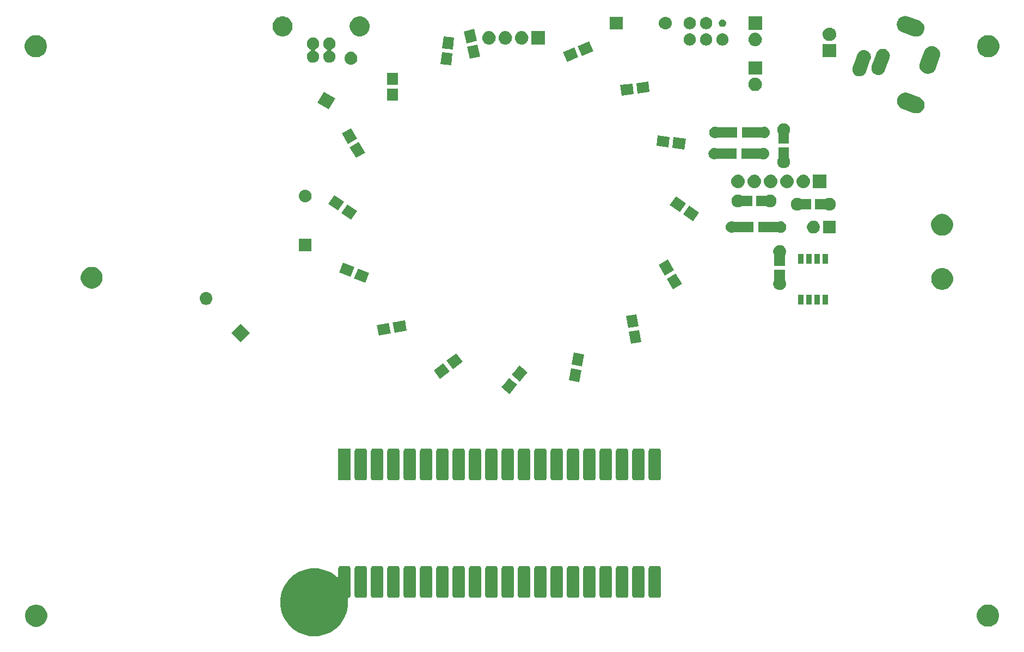
<source format=gbs>
G04 #@! TF.GenerationSoftware,KiCad,Pcbnew,(6.0.0-rc1-dev-1127-g569d4a0f6)*
G04 #@! TF.CreationDate,2018-12-11T03:09:38-08:00*
G04 #@! TF.ProjectId,Stylish-Belt-Synth - Full,5374796c-6973-4682-9d42-656c742d5379,rev?*
G04 #@! TF.SameCoordinates,Original*
G04 #@! TF.FileFunction,Soldermask,Bot*
G04 #@! TF.FilePolarity,Negative*
%FSLAX46Y46*%
G04 Gerber Fmt 4.6, Leading zero omitted, Abs format (unit mm)*
G04 Created by KiCad (PCBNEW (6.0.0-rc1-dev-1127-g569d4a0f6)) date 12/11/2018 3:09:38 AM*
%MOMM*%
%LPD*%
G01*
G04 APERTURE LIST*
%ADD10C,0.100000*%
G04 APERTURE END LIST*
D10*
G36*
X122799024Y-141667634D02*
X122877423Y-141691416D01*
X122949668Y-141730032D01*
X123012997Y-141782003D01*
X123064968Y-141845332D01*
X123103584Y-141917577D01*
X123127366Y-141995976D01*
X123136000Y-142083640D01*
X123136000Y-146206360D01*
X123127366Y-146294024D01*
X123103584Y-146372423D01*
X123064968Y-146444668D01*
X123012997Y-146507997D01*
X122949668Y-146559968D01*
X122877422Y-146598585D01*
X122832604Y-146612180D01*
X122809965Y-146621558D01*
X122789590Y-146635172D01*
X122772263Y-146652499D01*
X122758649Y-146672873D01*
X122749272Y-146695512D01*
X122744491Y-146719546D01*
X122744491Y-146744050D01*
X122746289Y-146756173D01*
X122755000Y-146799965D01*
X122755000Y-147840035D01*
X122552093Y-148860119D01*
X122154076Y-149821018D01*
X121576244Y-150685804D01*
X120840804Y-151421244D01*
X119976018Y-151999076D01*
X119015119Y-152397093D01*
X118140195Y-152571126D01*
X117995036Y-152600000D01*
X116954964Y-152600000D01*
X116809805Y-152571126D01*
X115934881Y-152397093D01*
X114973982Y-151999076D01*
X114109196Y-151421244D01*
X113373756Y-150685804D01*
X112795924Y-149821018D01*
X112397907Y-148860119D01*
X112195000Y-147840035D01*
X112195000Y-146799965D01*
X112397907Y-145779881D01*
X112795924Y-144818982D01*
X113373756Y-143954196D01*
X114109196Y-143218756D01*
X114973982Y-142640924D01*
X115934881Y-142242907D01*
X116923986Y-142046162D01*
X116954964Y-142040000D01*
X117995036Y-142040000D01*
X118026014Y-142046162D01*
X119015119Y-142242907D01*
X119976018Y-142640924D01*
X120840804Y-143218756D01*
X120998618Y-143376570D01*
X121017554Y-143392111D01*
X121039165Y-143403662D01*
X121062614Y-143410775D01*
X121087000Y-143413177D01*
X121111386Y-143410775D01*
X121134835Y-143403662D01*
X121156446Y-143392111D01*
X121175388Y-143376565D01*
X121190934Y-143357623D01*
X121202485Y-143336012D01*
X121209598Y-143312563D01*
X121212000Y-143288177D01*
X121212000Y-142083640D01*
X121220634Y-141995976D01*
X121244416Y-141917577D01*
X121283032Y-141845332D01*
X121335003Y-141782003D01*
X121398332Y-141730032D01*
X121470577Y-141691416D01*
X121548976Y-141667634D01*
X121636640Y-141659000D01*
X122711360Y-141659000D01*
X122799024Y-141667634D01*
X122799024Y-141667634D01*
G37*
G36*
X74733017Y-147751771D02*
X75046856Y-147881767D01*
X75329308Y-148070495D01*
X75569505Y-148310692D01*
X75758233Y-148593144D01*
X75888229Y-148906983D01*
X75954500Y-149240150D01*
X75954500Y-149579850D01*
X75888229Y-149913017D01*
X75758233Y-150226856D01*
X75569505Y-150509308D01*
X75329308Y-150749505D01*
X75046856Y-150938233D01*
X74733017Y-151068229D01*
X74399850Y-151134500D01*
X74060150Y-151134500D01*
X73726983Y-151068229D01*
X73413144Y-150938233D01*
X73130692Y-150749505D01*
X72890495Y-150509308D01*
X72701767Y-150226856D01*
X72571771Y-149913017D01*
X72505500Y-149579850D01*
X72505500Y-149240150D01*
X72571771Y-148906983D01*
X72701767Y-148593144D01*
X72890495Y-148310692D01*
X73130692Y-148070495D01*
X73413144Y-147881767D01*
X73726983Y-147751771D01*
X74060150Y-147685500D01*
X74399850Y-147685500D01*
X74733017Y-147751771D01*
X74733017Y-147751771D01*
G37*
G36*
X222773017Y-147741771D02*
X223086856Y-147871767D01*
X223369308Y-148060495D01*
X223609505Y-148300692D01*
X223798233Y-148583144D01*
X223928229Y-148896983D01*
X223994500Y-149230150D01*
X223994500Y-149569850D01*
X223928229Y-149903017D01*
X223798233Y-150216856D01*
X223609505Y-150499308D01*
X223369308Y-150739505D01*
X223086856Y-150928233D01*
X222773017Y-151058229D01*
X222439850Y-151124500D01*
X222100150Y-151124500D01*
X221766983Y-151058229D01*
X221453144Y-150928233D01*
X221170692Y-150739505D01*
X220930495Y-150499308D01*
X220741767Y-150216856D01*
X220611771Y-149903017D01*
X220545500Y-149569850D01*
X220545500Y-149230150D01*
X220611771Y-148896983D01*
X220741767Y-148583144D01*
X220930495Y-148300692D01*
X221170692Y-148060495D01*
X221453144Y-147871767D01*
X221766983Y-147741771D01*
X222100150Y-147675500D01*
X222439850Y-147675500D01*
X222773017Y-147741771D01*
X222773017Y-147741771D01*
G37*
G36*
X171059024Y-141667634D02*
X171137423Y-141691416D01*
X171209668Y-141730032D01*
X171272997Y-141782003D01*
X171324968Y-141845332D01*
X171363584Y-141917577D01*
X171387366Y-141995976D01*
X171396000Y-142083640D01*
X171396000Y-146206360D01*
X171387366Y-146294024D01*
X171363584Y-146372423D01*
X171324968Y-146444668D01*
X171272997Y-146507997D01*
X171209668Y-146559968D01*
X171137423Y-146598584D01*
X171059024Y-146622366D01*
X170971360Y-146631000D01*
X169896640Y-146631000D01*
X169808976Y-146622366D01*
X169730577Y-146598584D01*
X169658332Y-146559968D01*
X169595003Y-146507997D01*
X169543032Y-146444668D01*
X169504416Y-146372423D01*
X169480634Y-146294024D01*
X169472000Y-146206360D01*
X169472000Y-142083640D01*
X169480634Y-141995976D01*
X169504416Y-141917577D01*
X169543032Y-141845332D01*
X169595003Y-141782003D01*
X169658332Y-141730032D01*
X169730577Y-141691416D01*
X169808976Y-141667634D01*
X169896640Y-141659000D01*
X170971360Y-141659000D01*
X171059024Y-141667634D01*
X171059024Y-141667634D01*
G37*
G36*
X125339024Y-141667634D02*
X125417423Y-141691416D01*
X125489668Y-141730032D01*
X125552997Y-141782003D01*
X125604968Y-141845332D01*
X125643584Y-141917577D01*
X125667366Y-141995976D01*
X125676000Y-142083640D01*
X125676000Y-146206360D01*
X125667366Y-146294024D01*
X125643584Y-146372423D01*
X125604968Y-146444668D01*
X125552997Y-146507997D01*
X125489668Y-146559968D01*
X125417423Y-146598584D01*
X125339024Y-146622366D01*
X125251360Y-146631000D01*
X124176640Y-146631000D01*
X124088976Y-146622366D01*
X124010577Y-146598584D01*
X123938332Y-146559968D01*
X123875003Y-146507997D01*
X123823032Y-146444668D01*
X123784416Y-146372423D01*
X123760634Y-146294024D01*
X123752000Y-146206360D01*
X123752000Y-142083640D01*
X123760634Y-141995976D01*
X123784416Y-141917577D01*
X123823032Y-141845332D01*
X123875003Y-141782003D01*
X123938332Y-141730032D01*
X124010577Y-141691416D01*
X124088976Y-141667634D01*
X124176640Y-141659000D01*
X125251360Y-141659000D01*
X125339024Y-141667634D01*
X125339024Y-141667634D01*
G37*
G36*
X127879024Y-141667634D02*
X127957423Y-141691416D01*
X128029668Y-141730032D01*
X128092997Y-141782003D01*
X128144968Y-141845332D01*
X128183584Y-141917577D01*
X128207366Y-141995976D01*
X128216000Y-142083640D01*
X128216000Y-146206360D01*
X128207366Y-146294024D01*
X128183584Y-146372423D01*
X128144968Y-146444668D01*
X128092997Y-146507997D01*
X128029668Y-146559968D01*
X127957423Y-146598584D01*
X127879024Y-146622366D01*
X127791360Y-146631000D01*
X126716640Y-146631000D01*
X126628976Y-146622366D01*
X126550577Y-146598584D01*
X126478332Y-146559968D01*
X126415003Y-146507997D01*
X126363032Y-146444668D01*
X126324416Y-146372423D01*
X126300634Y-146294024D01*
X126292000Y-146206360D01*
X126292000Y-142083640D01*
X126300634Y-141995976D01*
X126324416Y-141917577D01*
X126363032Y-141845332D01*
X126415003Y-141782003D01*
X126478332Y-141730032D01*
X126550577Y-141691416D01*
X126628976Y-141667634D01*
X126716640Y-141659000D01*
X127791360Y-141659000D01*
X127879024Y-141667634D01*
X127879024Y-141667634D01*
G37*
G36*
X130419024Y-141667634D02*
X130497423Y-141691416D01*
X130569668Y-141730032D01*
X130632997Y-141782003D01*
X130684968Y-141845332D01*
X130723584Y-141917577D01*
X130747366Y-141995976D01*
X130756000Y-142083640D01*
X130756000Y-146206360D01*
X130747366Y-146294024D01*
X130723584Y-146372423D01*
X130684968Y-146444668D01*
X130632997Y-146507997D01*
X130569668Y-146559968D01*
X130497423Y-146598584D01*
X130419024Y-146622366D01*
X130331360Y-146631000D01*
X129256640Y-146631000D01*
X129168976Y-146622366D01*
X129090577Y-146598584D01*
X129018332Y-146559968D01*
X128955003Y-146507997D01*
X128903032Y-146444668D01*
X128864416Y-146372423D01*
X128840634Y-146294024D01*
X128832000Y-146206360D01*
X128832000Y-142083640D01*
X128840634Y-141995976D01*
X128864416Y-141917577D01*
X128903032Y-141845332D01*
X128955003Y-141782003D01*
X129018332Y-141730032D01*
X129090577Y-141691416D01*
X129168976Y-141667634D01*
X129256640Y-141659000D01*
X130331360Y-141659000D01*
X130419024Y-141667634D01*
X130419024Y-141667634D01*
G37*
G36*
X132959024Y-141667634D02*
X133037423Y-141691416D01*
X133109668Y-141730032D01*
X133172997Y-141782003D01*
X133224968Y-141845332D01*
X133263584Y-141917577D01*
X133287366Y-141995976D01*
X133296000Y-142083640D01*
X133296000Y-146206360D01*
X133287366Y-146294024D01*
X133263584Y-146372423D01*
X133224968Y-146444668D01*
X133172997Y-146507997D01*
X133109668Y-146559968D01*
X133037423Y-146598584D01*
X132959024Y-146622366D01*
X132871360Y-146631000D01*
X131796640Y-146631000D01*
X131708976Y-146622366D01*
X131630577Y-146598584D01*
X131558332Y-146559968D01*
X131495003Y-146507997D01*
X131443032Y-146444668D01*
X131404416Y-146372423D01*
X131380634Y-146294024D01*
X131372000Y-146206360D01*
X131372000Y-142083640D01*
X131380634Y-141995976D01*
X131404416Y-141917577D01*
X131443032Y-141845332D01*
X131495003Y-141782003D01*
X131558332Y-141730032D01*
X131630577Y-141691416D01*
X131708976Y-141667634D01*
X131796640Y-141659000D01*
X132871360Y-141659000D01*
X132959024Y-141667634D01*
X132959024Y-141667634D01*
G37*
G36*
X135499024Y-141667634D02*
X135577423Y-141691416D01*
X135649668Y-141730032D01*
X135712997Y-141782003D01*
X135764968Y-141845332D01*
X135803584Y-141917577D01*
X135827366Y-141995976D01*
X135836000Y-142083640D01*
X135836000Y-146206360D01*
X135827366Y-146294024D01*
X135803584Y-146372423D01*
X135764968Y-146444668D01*
X135712997Y-146507997D01*
X135649668Y-146559968D01*
X135577423Y-146598584D01*
X135499024Y-146622366D01*
X135411360Y-146631000D01*
X134336640Y-146631000D01*
X134248976Y-146622366D01*
X134170577Y-146598584D01*
X134098332Y-146559968D01*
X134035003Y-146507997D01*
X133983032Y-146444668D01*
X133944416Y-146372423D01*
X133920634Y-146294024D01*
X133912000Y-146206360D01*
X133912000Y-142083640D01*
X133920634Y-141995976D01*
X133944416Y-141917577D01*
X133983032Y-141845332D01*
X134035003Y-141782003D01*
X134098332Y-141730032D01*
X134170577Y-141691416D01*
X134248976Y-141667634D01*
X134336640Y-141659000D01*
X135411360Y-141659000D01*
X135499024Y-141667634D01*
X135499024Y-141667634D01*
G37*
G36*
X138039024Y-141667634D02*
X138117423Y-141691416D01*
X138189668Y-141730032D01*
X138252997Y-141782003D01*
X138304968Y-141845332D01*
X138343584Y-141917577D01*
X138367366Y-141995976D01*
X138376000Y-142083640D01*
X138376000Y-146206360D01*
X138367366Y-146294024D01*
X138343584Y-146372423D01*
X138304968Y-146444668D01*
X138252997Y-146507997D01*
X138189668Y-146559968D01*
X138117423Y-146598584D01*
X138039024Y-146622366D01*
X137951360Y-146631000D01*
X136876640Y-146631000D01*
X136788976Y-146622366D01*
X136710577Y-146598584D01*
X136638332Y-146559968D01*
X136575003Y-146507997D01*
X136523032Y-146444668D01*
X136484416Y-146372423D01*
X136460634Y-146294024D01*
X136452000Y-146206360D01*
X136452000Y-142083640D01*
X136460634Y-141995976D01*
X136484416Y-141917577D01*
X136523032Y-141845332D01*
X136575003Y-141782003D01*
X136638332Y-141730032D01*
X136710577Y-141691416D01*
X136788976Y-141667634D01*
X136876640Y-141659000D01*
X137951360Y-141659000D01*
X138039024Y-141667634D01*
X138039024Y-141667634D01*
G37*
G36*
X140579024Y-141667634D02*
X140657423Y-141691416D01*
X140729668Y-141730032D01*
X140792997Y-141782003D01*
X140844968Y-141845332D01*
X140883584Y-141917577D01*
X140907366Y-141995976D01*
X140916000Y-142083640D01*
X140916000Y-146206360D01*
X140907366Y-146294024D01*
X140883584Y-146372423D01*
X140844968Y-146444668D01*
X140792997Y-146507997D01*
X140729668Y-146559968D01*
X140657423Y-146598584D01*
X140579024Y-146622366D01*
X140491360Y-146631000D01*
X139416640Y-146631000D01*
X139328976Y-146622366D01*
X139250577Y-146598584D01*
X139178332Y-146559968D01*
X139115003Y-146507997D01*
X139063032Y-146444668D01*
X139024416Y-146372423D01*
X139000634Y-146294024D01*
X138992000Y-146206360D01*
X138992000Y-142083640D01*
X139000634Y-141995976D01*
X139024416Y-141917577D01*
X139063032Y-141845332D01*
X139115003Y-141782003D01*
X139178332Y-141730032D01*
X139250577Y-141691416D01*
X139328976Y-141667634D01*
X139416640Y-141659000D01*
X140491360Y-141659000D01*
X140579024Y-141667634D01*
X140579024Y-141667634D01*
G37*
G36*
X143119024Y-141667634D02*
X143197423Y-141691416D01*
X143269668Y-141730032D01*
X143332997Y-141782003D01*
X143384968Y-141845332D01*
X143423584Y-141917577D01*
X143447366Y-141995976D01*
X143456000Y-142083640D01*
X143456000Y-146206360D01*
X143447366Y-146294024D01*
X143423584Y-146372423D01*
X143384968Y-146444668D01*
X143332997Y-146507997D01*
X143269668Y-146559968D01*
X143197423Y-146598584D01*
X143119024Y-146622366D01*
X143031360Y-146631000D01*
X141956640Y-146631000D01*
X141868976Y-146622366D01*
X141790577Y-146598584D01*
X141718332Y-146559968D01*
X141655003Y-146507997D01*
X141603032Y-146444668D01*
X141564416Y-146372423D01*
X141540634Y-146294024D01*
X141532000Y-146206360D01*
X141532000Y-142083640D01*
X141540634Y-141995976D01*
X141564416Y-141917577D01*
X141603032Y-141845332D01*
X141655003Y-141782003D01*
X141718332Y-141730032D01*
X141790577Y-141691416D01*
X141868976Y-141667634D01*
X141956640Y-141659000D01*
X143031360Y-141659000D01*
X143119024Y-141667634D01*
X143119024Y-141667634D01*
G37*
G36*
X148199024Y-141667634D02*
X148277423Y-141691416D01*
X148349668Y-141730032D01*
X148412997Y-141782003D01*
X148464968Y-141845332D01*
X148503584Y-141917577D01*
X148527366Y-141995976D01*
X148536000Y-142083640D01*
X148536000Y-146206360D01*
X148527366Y-146294024D01*
X148503584Y-146372423D01*
X148464968Y-146444668D01*
X148412997Y-146507997D01*
X148349668Y-146559968D01*
X148277423Y-146598584D01*
X148199024Y-146622366D01*
X148111360Y-146631000D01*
X147036640Y-146631000D01*
X146948976Y-146622366D01*
X146870577Y-146598584D01*
X146798332Y-146559968D01*
X146735003Y-146507997D01*
X146683032Y-146444668D01*
X146644416Y-146372423D01*
X146620634Y-146294024D01*
X146612000Y-146206360D01*
X146612000Y-142083640D01*
X146620634Y-141995976D01*
X146644416Y-141917577D01*
X146683032Y-141845332D01*
X146735003Y-141782003D01*
X146798332Y-141730032D01*
X146870577Y-141691416D01*
X146948976Y-141667634D01*
X147036640Y-141659000D01*
X148111360Y-141659000D01*
X148199024Y-141667634D01*
X148199024Y-141667634D01*
G37*
G36*
X150739024Y-141667634D02*
X150817423Y-141691416D01*
X150889668Y-141730032D01*
X150952997Y-141782003D01*
X151004968Y-141845332D01*
X151043584Y-141917577D01*
X151067366Y-141995976D01*
X151076000Y-142083640D01*
X151076000Y-146206360D01*
X151067366Y-146294024D01*
X151043584Y-146372423D01*
X151004968Y-146444668D01*
X150952997Y-146507997D01*
X150889668Y-146559968D01*
X150817423Y-146598584D01*
X150739024Y-146622366D01*
X150651360Y-146631000D01*
X149576640Y-146631000D01*
X149488976Y-146622366D01*
X149410577Y-146598584D01*
X149338332Y-146559968D01*
X149275003Y-146507997D01*
X149223032Y-146444668D01*
X149184416Y-146372423D01*
X149160634Y-146294024D01*
X149152000Y-146206360D01*
X149152000Y-142083640D01*
X149160634Y-141995976D01*
X149184416Y-141917577D01*
X149223032Y-141845332D01*
X149275003Y-141782003D01*
X149338332Y-141730032D01*
X149410577Y-141691416D01*
X149488976Y-141667634D01*
X149576640Y-141659000D01*
X150651360Y-141659000D01*
X150739024Y-141667634D01*
X150739024Y-141667634D01*
G37*
G36*
X153279024Y-141667634D02*
X153357423Y-141691416D01*
X153429668Y-141730032D01*
X153492997Y-141782003D01*
X153544968Y-141845332D01*
X153583584Y-141917577D01*
X153607366Y-141995976D01*
X153616000Y-142083640D01*
X153616000Y-146206360D01*
X153607366Y-146294024D01*
X153583584Y-146372423D01*
X153544968Y-146444668D01*
X153492997Y-146507997D01*
X153429668Y-146559968D01*
X153357423Y-146598584D01*
X153279024Y-146622366D01*
X153191360Y-146631000D01*
X152116640Y-146631000D01*
X152028976Y-146622366D01*
X151950577Y-146598584D01*
X151878332Y-146559968D01*
X151815003Y-146507997D01*
X151763032Y-146444668D01*
X151724416Y-146372423D01*
X151700634Y-146294024D01*
X151692000Y-146206360D01*
X151692000Y-142083640D01*
X151700634Y-141995976D01*
X151724416Y-141917577D01*
X151763032Y-141845332D01*
X151815003Y-141782003D01*
X151878332Y-141730032D01*
X151950577Y-141691416D01*
X152028976Y-141667634D01*
X152116640Y-141659000D01*
X153191360Y-141659000D01*
X153279024Y-141667634D01*
X153279024Y-141667634D01*
G37*
G36*
X155819024Y-141667634D02*
X155897423Y-141691416D01*
X155969668Y-141730032D01*
X156032997Y-141782003D01*
X156084968Y-141845332D01*
X156123584Y-141917577D01*
X156147366Y-141995976D01*
X156156000Y-142083640D01*
X156156000Y-146206360D01*
X156147366Y-146294024D01*
X156123584Y-146372423D01*
X156084968Y-146444668D01*
X156032997Y-146507997D01*
X155969668Y-146559968D01*
X155897423Y-146598584D01*
X155819024Y-146622366D01*
X155731360Y-146631000D01*
X154656640Y-146631000D01*
X154568976Y-146622366D01*
X154490577Y-146598584D01*
X154418332Y-146559968D01*
X154355003Y-146507997D01*
X154303032Y-146444668D01*
X154264416Y-146372423D01*
X154240634Y-146294024D01*
X154232000Y-146206360D01*
X154232000Y-142083640D01*
X154240634Y-141995976D01*
X154264416Y-141917577D01*
X154303032Y-141845332D01*
X154355003Y-141782003D01*
X154418332Y-141730032D01*
X154490577Y-141691416D01*
X154568976Y-141667634D01*
X154656640Y-141659000D01*
X155731360Y-141659000D01*
X155819024Y-141667634D01*
X155819024Y-141667634D01*
G37*
G36*
X158359024Y-141667634D02*
X158437423Y-141691416D01*
X158509668Y-141730032D01*
X158572997Y-141782003D01*
X158624968Y-141845332D01*
X158663584Y-141917577D01*
X158687366Y-141995976D01*
X158696000Y-142083640D01*
X158696000Y-146206360D01*
X158687366Y-146294024D01*
X158663584Y-146372423D01*
X158624968Y-146444668D01*
X158572997Y-146507997D01*
X158509668Y-146559968D01*
X158437423Y-146598584D01*
X158359024Y-146622366D01*
X158271360Y-146631000D01*
X157196640Y-146631000D01*
X157108976Y-146622366D01*
X157030577Y-146598584D01*
X156958332Y-146559968D01*
X156895003Y-146507997D01*
X156843032Y-146444668D01*
X156804416Y-146372423D01*
X156780634Y-146294024D01*
X156772000Y-146206360D01*
X156772000Y-142083640D01*
X156780634Y-141995976D01*
X156804416Y-141917577D01*
X156843032Y-141845332D01*
X156895003Y-141782003D01*
X156958332Y-141730032D01*
X157030577Y-141691416D01*
X157108976Y-141667634D01*
X157196640Y-141659000D01*
X158271360Y-141659000D01*
X158359024Y-141667634D01*
X158359024Y-141667634D01*
G37*
G36*
X160899024Y-141667634D02*
X160977423Y-141691416D01*
X161049668Y-141730032D01*
X161112997Y-141782003D01*
X161164968Y-141845332D01*
X161203584Y-141917577D01*
X161227366Y-141995976D01*
X161236000Y-142083640D01*
X161236000Y-146206360D01*
X161227366Y-146294024D01*
X161203584Y-146372423D01*
X161164968Y-146444668D01*
X161112997Y-146507997D01*
X161049668Y-146559968D01*
X160977423Y-146598584D01*
X160899024Y-146622366D01*
X160811360Y-146631000D01*
X159736640Y-146631000D01*
X159648976Y-146622366D01*
X159570577Y-146598584D01*
X159498332Y-146559968D01*
X159435003Y-146507997D01*
X159383032Y-146444668D01*
X159344416Y-146372423D01*
X159320634Y-146294024D01*
X159312000Y-146206360D01*
X159312000Y-142083640D01*
X159320634Y-141995976D01*
X159344416Y-141917577D01*
X159383032Y-141845332D01*
X159435003Y-141782003D01*
X159498332Y-141730032D01*
X159570577Y-141691416D01*
X159648976Y-141667634D01*
X159736640Y-141659000D01*
X160811360Y-141659000D01*
X160899024Y-141667634D01*
X160899024Y-141667634D01*
G37*
G36*
X163439024Y-141667634D02*
X163517423Y-141691416D01*
X163589668Y-141730032D01*
X163652997Y-141782003D01*
X163704968Y-141845332D01*
X163743584Y-141917577D01*
X163767366Y-141995976D01*
X163776000Y-142083640D01*
X163776000Y-146206360D01*
X163767366Y-146294024D01*
X163743584Y-146372423D01*
X163704968Y-146444668D01*
X163652997Y-146507997D01*
X163589668Y-146559968D01*
X163517423Y-146598584D01*
X163439024Y-146622366D01*
X163351360Y-146631000D01*
X162276640Y-146631000D01*
X162188976Y-146622366D01*
X162110577Y-146598584D01*
X162038332Y-146559968D01*
X161975003Y-146507997D01*
X161923032Y-146444668D01*
X161884416Y-146372423D01*
X161860634Y-146294024D01*
X161852000Y-146206360D01*
X161852000Y-142083640D01*
X161860634Y-141995976D01*
X161884416Y-141917577D01*
X161923032Y-141845332D01*
X161975003Y-141782003D01*
X162038332Y-141730032D01*
X162110577Y-141691416D01*
X162188976Y-141667634D01*
X162276640Y-141659000D01*
X163351360Y-141659000D01*
X163439024Y-141667634D01*
X163439024Y-141667634D01*
G37*
G36*
X165979024Y-141667634D02*
X166057423Y-141691416D01*
X166129668Y-141730032D01*
X166192997Y-141782003D01*
X166244968Y-141845332D01*
X166283584Y-141917577D01*
X166307366Y-141995976D01*
X166316000Y-142083640D01*
X166316000Y-146206360D01*
X166307366Y-146294024D01*
X166283584Y-146372423D01*
X166244968Y-146444668D01*
X166192997Y-146507997D01*
X166129668Y-146559968D01*
X166057423Y-146598584D01*
X165979024Y-146622366D01*
X165891360Y-146631000D01*
X164816640Y-146631000D01*
X164728976Y-146622366D01*
X164650577Y-146598584D01*
X164578332Y-146559968D01*
X164515003Y-146507997D01*
X164463032Y-146444668D01*
X164424416Y-146372423D01*
X164400634Y-146294024D01*
X164392000Y-146206360D01*
X164392000Y-142083640D01*
X164400634Y-141995976D01*
X164424416Y-141917577D01*
X164463032Y-141845332D01*
X164515003Y-141782003D01*
X164578332Y-141730032D01*
X164650577Y-141691416D01*
X164728976Y-141667634D01*
X164816640Y-141659000D01*
X165891360Y-141659000D01*
X165979024Y-141667634D01*
X165979024Y-141667634D01*
G37*
G36*
X168519024Y-141667634D02*
X168597423Y-141691416D01*
X168669668Y-141730032D01*
X168732997Y-141782003D01*
X168784968Y-141845332D01*
X168823584Y-141917577D01*
X168847366Y-141995976D01*
X168856000Y-142083640D01*
X168856000Y-146206360D01*
X168847366Y-146294024D01*
X168823584Y-146372423D01*
X168784968Y-146444668D01*
X168732997Y-146507997D01*
X168669668Y-146559968D01*
X168597423Y-146598584D01*
X168519024Y-146622366D01*
X168431360Y-146631000D01*
X167356640Y-146631000D01*
X167268976Y-146622366D01*
X167190577Y-146598584D01*
X167118332Y-146559968D01*
X167055003Y-146507997D01*
X167003032Y-146444668D01*
X166964416Y-146372423D01*
X166940634Y-146294024D01*
X166932000Y-146206360D01*
X166932000Y-142083640D01*
X166940634Y-141995976D01*
X166964416Y-141917577D01*
X167003032Y-141845332D01*
X167055003Y-141782003D01*
X167118332Y-141730032D01*
X167190577Y-141691416D01*
X167268976Y-141667634D01*
X167356640Y-141659000D01*
X168431360Y-141659000D01*
X168519024Y-141667634D01*
X168519024Y-141667634D01*
G37*
G36*
X145659024Y-141667634D02*
X145737423Y-141691416D01*
X145809668Y-141730032D01*
X145872997Y-141782003D01*
X145924968Y-141845332D01*
X145963584Y-141917577D01*
X145987366Y-141995976D01*
X145996000Y-142083640D01*
X145996000Y-146206360D01*
X145987366Y-146294024D01*
X145963584Y-146372423D01*
X145924968Y-146444668D01*
X145872997Y-146507997D01*
X145809668Y-146559968D01*
X145737423Y-146598584D01*
X145659024Y-146622366D01*
X145571360Y-146631000D01*
X144496640Y-146631000D01*
X144408976Y-146622366D01*
X144330577Y-146598584D01*
X144258332Y-146559968D01*
X144195003Y-146507997D01*
X144143032Y-146444668D01*
X144104416Y-146372423D01*
X144080634Y-146294024D01*
X144072000Y-146206360D01*
X144072000Y-142083640D01*
X144080634Y-141995976D01*
X144104416Y-141917577D01*
X144143032Y-141845332D01*
X144195003Y-141782003D01*
X144258332Y-141730032D01*
X144330577Y-141691416D01*
X144408976Y-141667634D01*
X144496640Y-141659000D01*
X145571360Y-141659000D01*
X145659024Y-141667634D01*
X145659024Y-141667634D01*
G37*
G36*
X140579024Y-123379634D02*
X140657423Y-123403416D01*
X140729668Y-123442032D01*
X140792997Y-123494003D01*
X140844968Y-123557332D01*
X140883584Y-123629577D01*
X140907366Y-123707976D01*
X140916000Y-123795640D01*
X140916000Y-127918360D01*
X140907366Y-128006024D01*
X140883584Y-128084423D01*
X140844968Y-128156668D01*
X140792997Y-128219997D01*
X140729668Y-128271968D01*
X140657423Y-128310584D01*
X140579024Y-128334366D01*
X140491360Y-128343000D01*
X139416640Y-128343000D01*
X139328976Y-128334366D01*
X139250577Y-128310584D01*
X139178332Y-128271968D01*
X139115003Y-128219997D01*
X139063032Y-128156668D01*
X139024416Y-128084423D01*
X139000634Y-128006024D01*
X138992000Y-127918360D01*
X138992000Y-123795640D01*
X139000634Y-123707976D01*
X139024416Y-123629577D01*
X139063032Y-123557332D01*
X139115003Y-123494003D01*
X139178332Y-123442032D01*
X139250577Y-123403416D01*
X139328976Y-123379634D01*
X139416640Y-123371000D01*
X140491360Y-123371000D01*
X140579024Y-123379634D01*
X140579024Y-123379634D01*
G37*
G36*
X145659024Y-123379634D02*
X145737423Y-123403416D01*
X145809668Y-123442032D01*
X145872997Y-123494003D01*
X145924968Y-123557332D01*
X145963584Y-123629577D01*
X145987366Y-123707976D01*
X145996000Y-123795640D01*
X145996000Y-127918360D01*
X145987366Y-128006024D01*
X145963584Y-128084423D01*
X145924968Y-128156668D01*
X145872997Y-128219997D01*
X145809668Y-128271968D01*
X145737423Y-128310584D01*
X145659024Y-128334366D01*
X145571360Y-128343000D01*
X144496640Y-128343000D01*
X144408976Y-128334366D01*
X144330577Y-128310584D01*
X144258332Y-128271968D01*
X144195003Y-128219997D01*
X144143032Y-128156668D01*
X144104416Y-128084423D01*
X144080634Y-128006024D01*
X144072000Y-127918360D01*
X144072000Y-123795640D01*
X144080634Y-123707976D01*
X144104416Y-123629577D01*
X144143032Y-123557332D01*
X144195003Y-123494003D01*
X144258332Y-123442032D01*
X144330577Y-123403416D01*
X144408976Y-123379634D01*
X144496640Y-123371000D01*
X145571360Y-123371000D01*
X145659024Y-123379634D01*
X145659024Y-123379634D01*
G37*
G36*
X123136000Y-128343000D02*
X121212000Y-128343000D01*
X121212000Y-123371000D01*
X123136000Y-123371000D01*
X123136000Y-128343000D01*
X123136000Y-128343000D01*
G37*
G36*
X125339024Y-123379634D02*
X125417423Y-123403416D01*
X125489668Y-123442032D01*
X125552997Y-123494003D01*
X125604968Y-123557332D01*
X125643584Y-123629577D01*
X125667366Y-123707976D01*
X125676000Y-123795640D01*
X125676000Y-127918360D01*
X125667366Y-128006024D01*
X125643584Y-128084423D01*
X125604968Y-128156668D01*
X125552997Y-128219997D01*
X125489668Y-128271968D01*
X125417423Y-128310584D01*
X125339024Y-128334366D01*
X125251360Y-128343000D01*
X124176640Y-128343000D01*
X124088976Y-128334366D01*
X124010577Y-128310584D01*
X123938332Y-128271968D01*
X123875003Y-128219997D01*
X123823032Y-128156668D01*
X123784416Y-128084423D01*
X123760634Y-128006024D01*
X123752000Y-127918360D01*
X123752000Y-123795640D01*
X123760634Y-123707976D01*
X123784416Y-123629577D01*
X123823032Y-123557332D01*
X123875003Y-123494003D01*
X123938332Y-123442032D01*
X124010577Y-123403416D01*
X124088976Y-123379634D01*
X124176640Y-123371000D01*
X125251360Y-123371000D01*
X125339024Y-123379634D01*
X125339024Y-123379634D01*
G37*
G36*
X127879024Y-123379634D02*
X127957423Y-123403416D01*
X128029668Y-123442032D01*
X128092997Y-123494003D01*
X128144968Y-123557332D01*
X128183584Y-123629577D01*
X128207366Y-123707976D01*
X128216000Y-123795640D01*
X128216000Y-127918360D01*
X128207366Y-128006024D01*
X128183584Y-128084423D01*
X128144968Y-128156668D01*
X128092997Y-128219997D01*
X128029668Y-128271968D01*
X127957423Y-128310584D01*
X127879024Y-128334366D01*
X127791360Y-128343000D01*
X126716640Y-128343000D01*
X126628976Y-128334366D01*
X126550577Y-128310584D01*
X126478332Y-128271968D01*
X126415003Y-128219997D01*
X126363032Y-128156668D01*
X126324416Y-128084423D01*
X126300634Y-128006024D01*
X126292000Y-127918360D01*
X126292000Y-123795640D01*
X126300634Y-123707976D01*
X126324416Y-123629577D01*
X126363032Y-123557332D01*
X126415003Y-123494003D01*
X126478332Y-123442032D01*
X126550577Y-123403416D01*
X126628976Y-123379634D01*
X126716640Y-123371000D01*
X127791360Y-123371000D01*
X127879024Y-123379634D01*
X127879024Y-123379634D01*
G37*
G36*
X130419024Y-123379634D02*
X130497423Y-123403416D01*
X130569668Y-123442032D01*
X130632997Y-123494003D01*
X130684968Y-123557332D01*
X130723584Y-123629577D01*
X130747366Y-123707976D01*
X130756000Y-123795640D01*
X130756000Y-127918360D01*
X130747366Y-128006024D01*
X130723584Y-128084423D01*
X130684968Y-128156668D01*
X130632997Y-128219997D01*
X130569668Y-128271968D01*
X130497423Y-128310584D01*
X130419024Y-128334366D01*
X130331360Y-128343000D01*
X129256640Y-128343000D01*
X129168976Y-128334366D01*
X129090577Y-128310584D01*
X129018332Y-128271968D01*
X128955003Y-128219997D01*
X128903032Y-128156668D01*
X128864416Y-128084423D01*
X128840634Y-128006024D01*
X128832000Y-127918360D01*
X128832000Y-123795640D01*
X128840634Y-123707976D01*
X128864416Y-123629577D01*
X128903032Y-123557332D01*
X128955003Y-123494003D01*
X129018332Y-123442032D01*
X129090577Y-123403416D01*
X129168976Y-123379634D01*
X129256640Y-123371000D01*
X130331360Y-123371000D01*
X130419024Y-123379634D01*
X130419024Y-123379634D01*
G37*
G36*
X132959024Y-123379634D02*
X133037423Y-123403416D01*
X133109668Y-123442032D01*
X133172997Y-123494003D01*
X133224968Y-123557332D01*
X133263584Y-123629577D01*
X133287366Y-123707976D01*
X133296000Y-123795640D01*
X133296000Y-127918360D01*
X133287366Y-128006024D01*
X133263584Y-128084423D01*
X133224968Y-128156668D01*
X133172997Y-128219997D01*
X133109668Y-128271968D01*
X133037423Y-128310584D01*
X132959024Y-128334366D01*
X132871360Y-128343000D01*
X131796640Y-128343000D01*
X131708976Y-128334366D01*
X131630577Y-128310584D01*
X131558332Y-128271968D01*
X131495003Y-128219997D01*
X131443032Y-128156668D01*
X131404416Y-128084423D01*
X131380634Y-128006024D01*
X131372000Y-127918360D01*
X131372000Y-123795640D01*
X131380634Y-123707976D01*
X131404416Y-123629577D01*
X131443032Y-123557332D01*
X131495003Y-123494003D01*
X131558332Y-123442032D01*
X131630577Y-123403416D01*
X131708976Y-123379634D01*
X131796640Y-123371000D01*
X132871360Y-123371000D01*
X132959024Y-123379634D01*
X132959024Y-123379634D01*
G37*
G36*
X135499024Y-123379634D02*
X135577423Y-123403416D01*
X135649668Y-123442032D01*
X135712997Y-123494003D01*
X135764968Y-123557332D01*
X135803584Y-123629577D01*
X135827366Y-123707976D01*
X135836000Y-123795640D01*
X135836000Y-127918360D01*
X135827366Y-128006024D01*
X135803584Y-128084423D01*
X135764968Y-128156668D01*
X135712997Y-128219997D01*
X135649668Y-128271968D01*
X135577423Y-128310584D01*
X135499024Y-128334366D01*
X135411360Y-128343000D01*
X134336640Y-128343000D01*
X134248976Y-128334366D01*
X134170577Y-128310584D01*
X134098332Y-128271968D01*
X134035003Y-128219997D01*
X133983032Y-128156668D01*
X133944416Y-128084423D01*
X133920634Y-128006024D01*
X133912000Y-127918360D01*
X133912000Y-123795640D01*
X133920634Y-123707976D01*
X133944416Y-123629577D01*
X133983032Y-123557332D01*
X134035003Y-123494003D01*
X134098332Y-123442032D01*
X134170577Y-123403416D01*
X134248976Y-123379634D01*
X134336640Y-123371000D01*
X135411360Y-123371000D01*
X135499024Y-123379634D01*
X135499024Y-123379634D01*
G37*
G36*
X138039024Y-123379634D02*
X138117423Y-123403416D01*
X138189668Y-123442032D01*
X138252997Y-123494003D01*
X138304968Y-123557332D01*
X138343584Y-123629577D01*
X138367366Y-123707976D01*
X138376000Y-123795640D01*
X138376000Y-127918360D01*
X138367366Y-128006024D01*
X138343584Y-128084423D01*
X138304968Y-128156668D01*
X138252997Y-128219997D01*
X138189668Y-128271968D01*
X138117423Y-128310584D01*
X138039024Y-128334366D01*
X137951360Y-128343000D01*
X136876640Y-128343000D01*
X136788976Y-128334366D01*
X136710577Y-128310584D01*
X136638332Y-128271968D01*
X136575003Y-128219997D01*
X136523032Y-128156668D01*
X136484416Y-128084423D01*
X136460634Y-128006024D01*
X136452000Y-127918360D01*
X136452000Y-123795640D01*
X136460634Y-123707976D01*
X136484416Y-123629577D01*
X136523032Y-123557332D01*
X136575003Y-123494003D01*
X136638332Y-123442032D01*
X136710577Y-123403416D01*
X136788976Y-123379634D01*
X136876640Y-123371000D01*
X137951360Y-123371000D01*
X138039024Y-123379634D01*
X138039024Y-123379634D01*
G37*
G36*
X143119024Y-123379634D02*
X143197423Y-123403416D01*
X143269668Y-123442032D01*
X143332997Y-123494003D01*
X143384968Y-123557332D01*
X143423584Y-123629577D01*
X143447366Y-123707976D01*
X143456000Y-123795640D01*
X143456000Y-127918360D01*
X143447366Y-128006024D01*
X143423584Y-128084423D01*
X143384968Y-128156668D01*
X143332997Y-128219997D01*
X143269668Y-128271968D01*
X143197423Y-128310584D01*
X143119024Y-128334366D01*
X143031360Y-128343000D01*
X141956640Y-128343000D01*
X141868976Y-128334366D01*
X141790577Y-128310584D01*
X141718332Y-128271968D01*
X141655003Y-128219997D01*
X141603032Y-128156668D01*
X141564416Y-128084423D01*
X141540634Y-128006024D01*
X141532000Y-127918360D01*
X141532000Y-123795640D01*
X141540634Y-123707976D01*
X141564416Y-123629577D01*
X141603032Y-123557332D01*
X141655003Y-123494003D01*
X141718332Y-123442032D01*
X141790577Y-123403416D01*
X141868976Y-123379634D01*
X141956640Y-123371000D01*
X143031360Y-123371000D01*
X143119024Y-123379634D01*
X143119024Y-123379634D01*
G37*
G36*
X148199024Y-123379634D02*
X148277423Y-123403416D01*
X148349668Y-123442032D01*
X148412997Y-123494003D01*
X148464968Y-123557332D01*
X148503584Y-123629577D01*
X148527366Y-123707976D01*
X148536000Y-123795640D01*
X148536000Y-127918360D01*
X148527366Y-128006024D01*
X148503584Y-128084423D01*
X148464968Y-128156668D01*
X148412997Y-128219997D01*
X148349668Y-128271968D01*
X148277423Y-128310584D01*
X148199024Y-128334366D01*
X148111360Y-128343000D01*
X147036640Y-128343000D01*
X146948976Y-128334366D01*
X146870577Y-128310584D01*
X146798332Y-128271968D01*
X146735003Y-128219997D01*
X146683032Y-128156668D01*
X146644416Y-128084423D01*
X146620634Y-128006024D01*
X146612000Y-127918360D01*
X146612000Y-123795640D01*
X146620634Y-123707976D01*
X146644416Y-123629577D01*
X146683032Y-123557332D01*
X146735003Y-123494003D01*
X146798332Y-123442032D01*
X146870577Y-123403416D01*
X146948976Y-123379634D01*
X147036640Y-123371000D01*
X148111360Y-123371000D01*
X148199024Y-123379634D01*
X148199024Y-123379634D01*
G37*
G36*
X150739024Y-123379634D02*
X150817423Y-123403416D01*
X150889668Y-123442032D01*
X150952997Y-123494003D01*
X151004968Y-123557332D01*
X151043584Y-123629577D01*
X151067366Y-123707976D01*
X151076000Y-123795640D01*
X151076000Y-127918360D01*
X151067366Y-128006024D01*
X151043584Y-128084423D01*
X151004968Y-128156668D01*
X150952997Y-128219997D01*
X150889668Y-128271968D01*
X150817423Y-128310584D01*
X150739024Y-128334366D01*
X150651360Y-128343000D01*
X149576640Y-128343000D01*
X149488976Y-128334366D01*
X149410577Y-128310584D01*
X149338332Y-128271968D01*
X149275003Y-128219997D01*
X149223032Y-128156668D01*
X149184416Y-128084423D01*
X149160634Y-128006024D01*
X149152000Y-127918360D01*
X149152000Y-123795640D01*
X149160634Y-123707976D01*
X149184416Y-123629577D01*
X149223032Y-123557332D01*
X149275003Y-123494003D01*
X149338332Y-123442032D01*
X149410577Y-123403416D01*
X149488976Y-123379634D01*
X149576640Y-123371000D01*
X150651360Y-123371000D01*
X150739024Y-123379634D01*
X150739024Y-123379634D01*
G37*
G36*
X153279024Y-123379634D02*
X153357423Y-123403416D01*
X153429668Y-123442032D01*
X153492997Y-123494003D01*
X153544968Y-123557332D01*
X153583584Y-123629577D01*
X153607366Y-123707976D01*
X153616000Y-123795640D01*
X153616000Y-127918360D01*
X153607366Y-128006024D01*
X153583584Y-128084423D01*
X153544968Y-128156668D01*
X153492997Y-128219997D01*
X153429668Y-128271968D01*
X153357423Y-128310584D01*
X153279024Y-128334366D01*
X153191360Y-128343000D01*
X152116640Y-128343000D01*
X152028976Y-128334366D01*
X151950577Y-128310584D01*
X151878332Y-128271968D01*
X151815003Y-128219997D01*
X151763032Y-128156668D01*
X151724416Y-128084423D01*
X151700634Y-128006024D01*
X151692000Y-127918360D01*
X151692000Y-123795640D01*
X151700634Y-123707976D01*
X151724416Y-123629577D01*
X151763032Y-123557332D01*
X151815003Y-123494003D01*
X151878332Y-123442032D01*
X151950577Y-123403416D01*
X152028976Y-123379634D01*
X152116640Y-123371000D01*
X153191360Y-123371000D01*
X153279024Y-123379634D01*
X153279024Y-123379634D01*
G37*
G36*
X155819024Y-123379634D02*
X155897423Y-123403416D01*
X155969668Y-123442032D01*
X156032997Y-123494003D01*
X156084968Y-123557332D01*
X156123584Y-123629577D01*
X156147366Y-123707976D01*
X156156000Y-123795640D01*
X156156000Y-127918360D01*
X156147366Y-128006024D01*
X156123584Y-128084423D01*
X156084968Y-128156668D01*
X156032997Y-128219997D01*
X155969668Y-128271968D01*
X155897423Y-128310584D01*
X155819024Y-128334366D01*
X155731360Y-128343000D01*
X154656640Y-128343000D01*
X154568976Y-128334366D01*
X154490577Y-128310584D01*
X154418332Y-128271968D01*
X154355003Y-128219997D01*
X154303032Y-128156668D01*
X154264416Y-128084423D01*
X154240634Y-128006024D01*
X154232000Y-127918360D01*
X154232000Y-123795640D01*
X154240634Y-123707976D01*
X154264416Y-123629577D01*
X154303032Y-123557332D01*
X154355003Y-123494003D01*
X154418332Y-123442032D01*
X154490577Y-123403416D01*
X154568976Y-123379634D01*
X154656640Y-123371000D01*
X155731360Y-123371000D01*
X155819024Y-123379634D01*
X155819024Y-123379634D01*
G37*
G36*
X158359024Y-123379634D02*
X158437423Y-123403416D01*
X158509668Y-123442032D01*
X158572997Y-123494003D01*
X158624968Y-123557332D01*
X158663584Y-123629577D01*
X158687366Y-123707976D01*
X158696000Y-123795640D01*
X158696000Y-127918360D01*
X158687366Y-128006024D01*
X158663584Y-128084423D01*
X158624968Y-128156668D01*
X158572997Y-128219997D01*
X158509668Y-128271968D01*
X158437423Y-128310584D01*
X158359024Y-128334366D01*
X158271360Y-128343000D01*
X157196640Y-128343000D01*
X157108976Y-128334366D01*
X157030577Y-128310584D01*
X156958332Y-128271968D01*
X156895003Y-128219997D01*
X156843032Y-128156668D01*
X156804416Y-128084423D01*
X156780634Y-128006024D01*
X156772000Y-127918360D01*
X156772000Y-123795640D01*
X156780634Y-123707976D01*
X156804416Y-123629577D01*
X156843032Y-123557332D01*
X156895003Y-123494003D01*
X156958332Y-123442032D01*
X157030577Y-123403416D01*
X157108976Y-123379634D01*
X157196640Y-123371000D01*
X158271360Y-123371000D01*
X158359024Y-123379634D01*
X158359024Y-123379634D01*
G37*
G36*
X160899024Y-123379634D02*
X160977423Y-123403416D01*
X161049668Y-123442032D01*
X161112997Y-123494003D01*
X161164968Y-123557332D01*
X161203584Y-123629577D01*
X161227366Y-123707976D01*
X161236000Y-123795640D01*
X161236000Y-127918360D01*
X161227366Y-128006024D01*
X161203584Y-128084423D01*
X161164968Y-128156668D01*
X161112997Y-128219997D01*
X161049668Y-128271968D01*
X160977423Y-128310584D01*
X160899024Y-128334366D01*
X160811360Y-128343000D01*
X159736640Y-128343000D01*
X159648976Y-128334366D01*
X159570577Y-128310584D01*
X159498332Y-128271968D01*
X159435003Y-128219997D01*
X159383032Y-128156668D01*
X159344416Y-128084423D01*
X159320634Y-128006024D01*
X159312000Y-127918360D01*
X159312000Y-123795640D01*
X159320634Y-123707976D01*
X159344416Y-123629577D01*
X159383032Y-123557332D01*
X159435003Y-123494003D01*
X159498332Y-123442032D01*
X159570577Y-123403416D01*
X159648976Y-123379634D01*
X159736640Y-123371000D01*
X160811360Y-123371000D01*
X160899024Y-123379634D01*
X160899024Y-123379634D01*
G37*
G36*
X163439024Y-123379634D02*
X163517423Y-123403416D01*
X163589668Y-123442032D01*
X163652997Y-123494003D01*
X163704968Y-123557332D01*
X163743584Y-123629577D01*
X163767366Y-123707976D01*
X163776000Y-123795640D01*
X163776000Y-127918360D01*
X163767366Y-128006024D01*
X163743584Y-128084423D01*
X163704968Y-128156668D01*
X163652997Y-128219997D01*
X163589668Y-128271968D01*
X163517423Y-128310584D01*
X163439024Y-128334366D01*
X163351360Y-128343000D01*
X162276640Y-128343000D01*
X162188976Y-128334366D01*
X162110577Y-128310584D01*
X162038332Y-128271968D01*
X161975003Y-128219997D01*
X161923032Y-128156668D01*
X161884416Y-128084423D01*
X161860634Y-128006024D01*
X161852000Y-127918360D01*
X161852000Y-123795640D01*
X161860634Y-123707976D01*
X161884416Y-123629577D01*
X161923032Y-123557332D01*
X161975003Y-123494003D01*
X162038332Y-123442032D01*
X162110577Y-123403416D01*
X162188976Y-123379634D01*
X162276640Y-123371000D01*
X163351360Y-123371000D01*
X163439024Y-123379634D01*
X163439024Y-123379634D01*
G37*
G36*
X165979024Y-123379634D02*
X166057423Y-123403416D01*
X166129668Y-123442032D01*
X166192997Y-123494003D01*
X166244968Y-123557332D01*
X166283584Y-123629577D01*
X166307366Y-123707976D01*
X166316000Y-123795640D01*
X166316000Y-127918360D01*
X166307366Y-128006024D01*
X166283584Y-128084423D01*
X166244968Y-128156668D01*
X166192997Y-128219997D01*
X166129668Y-128271968D01*
X166057423Y-128310584D01*
X165979024Y-128334366D01*
X165891360Y-128343000D01*
X164816640Y-128343000D01*
X164728976Y-128334366D01*
X164650577Y-128310584D01*
X164578332Y-128271968D01*
X164515003Y-128219997D01*
X164463032Y-128156668D01*
X164424416Y-128084423D01*
X164400634Y-128006024D01*
X164392000Y-127918360D01*
X164392000Y-123795640D01*
X164400634Y-123707976D01*
X164424416Y-123629577D01*
X164463032Y-123557332D01*
X164515003Y-123494003D01*
X164578332Y-123442032D01*
X164650577Y-123403416D01*
X164728976Y-123379634D01*
X164816640Y-123371000D01*
X165891360Y-123371000D01*
X165979024Y-123379634D01*
X165979024Y-123379634D01*
G37*
G36*
X171059024Y-123379634D02*
X171137423Y-123403416D01*
X171209668Y-123442032D01*
X171272997Y-123494003D01*
X171324968Y-123557332D01*
X171363584Y-123629577D01*
X171387366Y-123707976D01*
X171396000Y-123795640D01*
X171396000Y-127918360D01*
X171387366Y-128006024D01*
X171363584Y-128084423D01*
X171324968Y-128156668D01*
X171272997Y-128219997D01*
X171209668Y-128271968D01*
X171137423Y-128310584D01*
X171059024Y-128334366D01*
X170971360Y-128343000D01*
X169896640Y-128343000D01*
X169808976Y-128334366D01*
X169730577Y-128310584D01*
X169658332Y-128271968D01*
X169595003Y-128219997D01*
X169543032Y-128156668D01*
X169504416Y-128084423D01*
X169480634Y-128006024D01*
X169472000Y-127918360D01*
X169472000Y-123795640D01*
X169480634Y-123707976D01*
X169504416Y-123629577D01*
X169543032Y-123557332D01*
X169595003Y-123494003D01*
X169658332Y-123442032D01*
X169730577Y-123403416D01*
X169808976Y-123379634D01*
X169896640Y-123371000D01*
X170971360Y-123371000D01*
X171059024Y-123379634D01*
X171059024Y-123379634D01*
G37*
G36*
X168519024Y-123379634D02*
X168597423Y-123403416D01*
X168669668Y-123442032D01*
X168732997Y-123494003D01*
X168784968Y-123557332D01*
X168823584Y-123629577D01*
X168847366Y-123707976D01*
X168856000Y-123795640D01*
X168856000Y-127918360D01*
X168847366Y-128006024D01*
X168823584Y-128084423D01*
X168784968Y-128156668D01*
X168732997Y-128219997D01*
X168669668Y-128271968D01*
X168597423Y-128310584D01*
X168519024Y-128334366D01*
X168431360Y-128343000D01*
X167356640Y-128343000D01*
X167268976Y-128334366D01*
X167190577Y-128310584D01*
X167118332Y-128271968D01*
X167055003Y-128219997D01*
X167003032Y-128156668D01*
X166964416Y-128084423D01*
X166940634Y-128006024D01*
X166932000Y-127918360D01*
X166932000Y-123795640D01*
X166940634Y-123707976D01*
X166964416Y-123629577D01*
X167003032Y-123557332D01*
X167055003Y-123494003D01*
X167118332Y-123442032D01*
X167190577Y-123403416D01*
X167268976Y-123379634D01*
X167356640Y-123371000D01*
X168431360Y-123371000D01*
X168519024Y-123379634D01*
X168519024Y-123379634D01*
G37*
G36*
X148391873Y-112863417D02*
X149079151Y-113440112D01*
X149079151Y-113440113D01*
X148747803Y-113834998D01*
X147857855Y-114895597D01*
X147857854Y-114895597D01*
X147281159Y-114411693D01*
X146593881Y-113834998D01*
X146593881Y-113834997D01*
X147252709Y-113049837D01*
X147815177Y-112379513D01*
X147815178Y-112379513D01*
X148391873Y-112863417D01*
X148391873Y-112863417D01*
G37*
G36*
X159050372Y-111178702D02*
X158720441Y-113049837D01*
X157095508Y-112763318D01*
X157425439Y-110892183D01*
X159050372Y-111178702D01*
X159050372Y-111178702D01*
G37*
G36*
X149931954Y-110892183D02*
X150686119Y-111525002D01*
X150686119Y-111525003D01*
X150354771Y-111919888D01*
X149464823Y-112980487D01*
X149464822Y-112980487D01*
X148888127Y-112496583D01*
X148200849Y-111919888D01*
X148200849Y-111919887D01*
X148784131Y-111224759D01*
X149422145Y-110464403D01*
X149422146Y-110464403D01*
X149931954Y-110892183D01*
X149931954Y-110892183D01*
G37*
G36*
X138564222Y-111377145D02*
X137056851Y-112533792D01*
X136052394Y-111224759D01*
X137559765Y-110068112D01*
X138564222Y-111377145D01*
X138564222Y-111377145D01*
G37*
G36*
X140547606Y-109855241D02*
X139040235Y-111011888D01*
X138035778Y-109702855D01*
X139543149Y-108546208D01*
X140547606Y-109855241D01*
X140547606Y-109855241D01*
G37*
G36*
X159484492Y-108716682D02*
X159154561Y-110587817D01*
X157529628Y-110301298D01*
X157859559Y-108430163D01*
X159484492Y-108716682D01*
X159484492Y-108716682D01*
G37*
G36*
X168374492Y-106813318D02*
X166749559Y-107099837D01*
X166419628Y-105228702D01*
X168044561Y-104942183D01*
X168374492Y-106813318D01*
X168374492Y-106813318D01*
G37*
G36*
X107459214Y-105410000D02*
X106045000Y-106824214D01*
X104630786Y-105410000D01*
X106045000Y-103995786D01*
X107459214Y-105410000D01*
X107459214Y-105410000D01*
G37*
G36*
X129387817Y-105484561D02*
X127516682Y-105814492D01*
X127230163Y-104189559D01*
X129101298Y-103859628D01*
X129387817Y-105484561D01*
X129387817Y-105484561D01*
G37*
G36*
X131849837Y-105050441D02*
X129978702Y-105380372D01*
X129692183Y-103755439D01*
X131563318Y-103425508D01*
X131849837Y-105050441D01*
X131849837Y-105050441D01*
G37*
G36*
X167940372Y-104351298D02*
X166315439Y-104637817D01*
X165985508Y-102766682D01*
X167610441Y-102480163D01*
X167940372Y-104351298D01*
X167940372Y-104351298D01*
G37*
G36*
X100852876Y-99036315D02*
X100852879Y-99036316D01*
X100852880Y-99036316D01*
X101041381Y-99093497D01*
X101041383Y-99093498D01*
X101215106Y-99186355D01*
X101367374Y-99311318D01*
X101492337Y-99463586D01*
X101585194Y-99637309D01*
X101642377Y-99825816D01*
X101661684Y-100021846D01*
X101642377Y-100217876D01*
X101585194Y-100406383D01*
X101492337Y-100580106D01*
X101367374Y-100732374D01*
X101215106Y-100857337D01*
X101215104Y-100857338D01*
X101041381Y-100950195D01*
X100852880Y-101007376D01*
X100852879Y-101007376D01*
X100852876Y-101007377D01*
X100705970Y-101021846D01*
X100607722Y-101021846D01*
X100460816Y-101007377D01*
X100460813Y-101007376D01*
X100460812Y-101007376D01*
X100272311Y-100950195D01*
X100098588Y-100857338D01*
X100098586Y-100857337D01*
X99946318Y-100732374D01*
X99821355Y-100580106D01*
X99728498Y-100406383D01*
X99671315Y-100217876D01*
X99652008Y-100021846D01*
X99671315Y-99825816D01*
X99728498Y-99637309D01*
X99821355Y-99463586D01*
X99946318Y-99311318D01*
X100098586Y-99186355D01*
X100272309Y-99093498D01*
X100272311Y-99093497D01*
X100460812Y-99036316D01*
X100460813Y-99036316D01*
X100460816Y-99036315D01*
X100607722Y-99021846D01*
X100705970Y-99021846D01*
X100852876Y-99036315D01*
X100852876Y-99036315D01*
G37*
G36*
X194891000Y-100974500D02*
X193983000Y-100974500D01*
X193983000Y-99431500D01*
X194891000Y-99431500D01*
X194891000Y-100974500D01*
X194891000Y-100974500D01*
G37*
G36*
X193621000Y-100974500D02*
X192713000Y-100974500D01*
X192713000Y-99431500D01*
X193621000Y-99431500D01*
X193621000Y-100974500D01*
X193621000Y-100974500D01*
G37*
G36*
X196161000Y-100974500D02*
X195253000Y-100974500D01*
X195253000Y-99431500D01*
X196161000Y-99431500D01*
X196161000Y-100974500D01*
X196161000Y-100974500D01*
G37*
G36*
X197431000Y-100974500D02*
X196523000Y-100974500D01*
X196523000Y-99431500D01*
X197431000Y-99431500D01*
X197431000Y-100974500D01*
X197431000Y-100974500D01*
G37*
G36*
X190700000Y-97121796D02*
X190702402Y-97146182D01*
X190709515Y-97169631D01*
X190721063Y-97191235D01*
X190751189Y-97236322D01*
X190826571Y-97418311D01*
X190837026Y-97470872D01*
X190865000Y-97611507D01*
X190865000Y-97808493D01*
X190849628Y-97885770D01*
X190826571Y-98001689D01*
X190751189Y-98183678D01*
X190721063Y-98228765D01*
X190709515Y-98250368D01*
X190703998Y-98268555D01*
X190689307Y-98280612D01*
X190673771Y-98299542D01*
X190641751Y-98347463D01*
X190502463Y-98486751D01*
X190338678Y-98596189D01*
X190156689Y-98671571D01*
X190040770Y-98694628D01*
X189963493Y-98710000D01*
X189766507Y-98710000D01*
X189689230Y-98694628D01*
X189573311Y-98671571D01*
X189391322Y-98596189D01*
X189227537Y-98486751D01*
X189088249Y-98347463D01*
X189056229Y-98299542D01*
X189040694Y-98280612D01*
X189026001Y-98268554D01*
X189020485Y-98250369D01*
X189008937Y-98228765D01*
X188978811Y-98183678D01*
X188903429Y-98001689D01*
X188880372Y-97885770D01*
X188865000Y-97808493D01*
X188865000Y-97611507D01*
X188892974Y-97470872D01*
X188903429Y-97418311D01*
X188978811Y-97236322D01*
X189008937Y-97191235D01*
X189020485Y-97169632D01*
X189027598Y-97146183D01*
X189030000Y-97121796D01*
X189030000Y-95558000D01*
X190700000Y-95558000D01*
X190700000Y-97121796D01*
X190700000Y-97121796D01*
G37*
G36*
X215524393Y-95318553D02*
X215633872Y-95340330D01*
X215943252Y-95468479D01*
X216221687Y-95654523D01*
X216458477Y-95891313D01*
X216644521Y-96169748D01*
X216772670Y-96479128D01*
X216772670Y-96479129D01*
X216838000Y-96807563D01*
X216838000Y-97142437D01*
X216828292Y-97191243D01*
X216772670Y-97470872D01*
X216644521Y-97780252D01*
X216458477Y-98058687D01*
X216221687Y-98295477D01*
X215943252Y-98481521D01*
X215633872Y-98609670D01*
X215524393Y-98631447D01*
X215305437Y-98675000D01*
X214970563Y-98675000D01*
X214751607Y-98631447D01*
X214642128Y-98609670D01*
X214332748Y-98481521D01*
X214054313Y-98295477D01*
X213817523Y-98058687D01*
X213631479Y-97780252D01*
X213503330Y-97470872D01*
X213447708Y-97191243D01*
X213438000Y-97142437D01*
X213438000Y-96807563D01*
X213503330Y-96479129D01*
X213503330Y-96479128D01*
X213631479Y-96169748D01*
X213817523Y-95891313D01*
X214054313Y-95654523D01*
X214332748Y-95468479D01*
X214642128Y-95340330D01*
X214751607Y-95318553D01*
X214970563Y-95275000D01*
X215305437Y-95275000D01*
X215524393Y-95318553D01*
X215524393Y-95318553D01*
G37*
G36*
X174674471Y-97782756D02*
X173245529Y-98607756D01*
X172295529Y-96962308D01*
X173724471Y-96137308D01*
X174674471Y-97782756D01*
X174674471Y-97782756D01*
G37*
G36*
X83253893Y-95128053D02*
X83363372Y-95149830D01*
X83672752Y-95277979D01*
X83951187Y-95464023D01*
X84187977Y-95700813D01*
X84374021Y-95979248D01*
X84502170Y-96288628D01*
X84567500Y-96617065D01*
X84567500Y-96951935D01*
X84502170Y-97280372D01*
X84374021Y-97589752D01*
X84187977Y-97868187D01*
X83951187Y-98104977D01*
X83672752Y-98291021D01*
X83363372Y-98419170D01*
X83253893Y-98440947D01*
X83034937Y-98484500D01*
X82700063Y-98484500D01*
X82481107Y-98440947D01*
X82371628Y-98419170D01*
X82062248Y-98291021D01*
X81783813Y-98104977D01*
X81547023Y-97868187D01*
X81360979Y-97589752D01*
X81232830Y-97280372D01*
X81167500Y-96951935D01*
X81167500Y-96617065D01*
X81232830Y-96288628D01*
X81360979Y-95979248D01*
X81547023Y-95700813D01*
X81783813Y-95464023D01*
X82062248Y-95277979D01*
X82371628Y-95149830D01*
X82481107Y-95128053D01*
X82700063Y-95084500D01*
X83034937Y-95084500D01*
X83253893Y-95128053D01*
X83253893Y-95128053D01*
G37*
G36*
X126046249Y-96091702D02*
X125414821Y-97616104D01*
X123659449Y-96889006D01*
X124290877Y-95364604D01*
X126046249Y-96091702D01*
X126046249Y-96091702D01*
G37*
G36*
X123736551Y-95134994D02*
X123105123Y-96659396D01*
X121349751Y-95932298D01*
X121981179Y-94407896D01*
X123736551Y-95134994D01*
X123736551Y-95134994D01*
G37*
G36*
X173424471Y-95617692D02*
X171995529Y-96442692D01*
X171045529Y-94797244D01*
X172474471Y-93972244D01*
X173424471Y-95617692D01*
X173424471Y-95617692D01*
G37*
G36*
X190040770Y-91725372D02*
X190156689Y-91748429D01*
X190338678Y-91823811D01*
X190502463Y-91933249D01*
X190641751Y-92072537D01*
X190751189Y-92236322D01*
X190826571Y-92418311D01*
X190865000Y-92611509D01*
X190865000Y-92808491D01*
X190826571Y-93001689D01*
X190751189Y-93183678D01*
X190721063Y-93228765D01*
X190709515Y-93250368D01*
X190702402Y-93273817D01*
X190700000Y-93298204D01*
X190700000Y-94942000D01*
X189030000Y-94942000D01*
X189030000Y-93298204D01*
X189027598Y-93273818D01*
X189020485Y-93250369D01*
X189008937Y-93228765D01*
X188978811Y-93183678D01*
X188903429Y-93001689D01*
X188865000Y-92808491D01*
X188865000Y-92611509D01*
X188903429Y-92418311D01*
X188978811Y-92236322D01*
X189088249Y-92072537D01*
X189227537Y-91933249D01*
X189391322Y-91823811D01*
X189573311Y-91748429D01*
X189689230Y-91725372D01*
X189766507Y-91710000D01*
X189963493Y-91710000D01*
X190040770Y-91725372D01*
X190040770Y-91725372D01*
G37*
G36*
X194891000Y-94624500D02*
X193983000Y-94624500D01*
X193983000Y-93081500D01*
X194891000Y-93081500D01*
X194891000Y-94624500D01*
X194891000Y-94624500D01*
G37*
G36*
X193621000Y-94624500D02*
X192713000Y-94624500D01*
X192713000Y-93081500D01*
X193621000Y-93081500D01*
X193621000Y-94624500D01*
X193621000Y-94624500D01*
G37*
G36*
X196161000Y-94624500D02*
X195253000Y-94624500D01*
X195253000Y-93081500D01*
X196161000Y-93081500D01*
X196161000Y-94624500D01*
X196161000Y-94624500D01*
G37*
G36*
X197431000Y-94624500D02*
X196523000Y-94624500D01*
X196523000Y-93081500D01*
X197431000Y-93081500D01*
X197431000Y-94624500D01*
X197431000Y-94624500D01*
G37*
G36*
X117078000Y-92694000D02*
X115078000Y-92694000D01*
X115078000Y-90694000D01*
X117078000Y-90694000D01*
X117078000Y-92694000D01*
X117078000Y-92694000D01*
G37*
G36*
X215514393Y-86888553D02*
X215623872Y-86910330D01*
X215933252Y-87038479D01*
X216211687Y-87224523D01*
X216448477Y-87461313D01*
X216634521Y-87739748D01*
X216762670Y-88049128D01*
X216777414Y-88123253D01*
X216828000Y-88377563D01*
X216828000Y-88712437D01*
X216808323Y-88811358D01*
X216762670Y-89040872D01*
X216634521Y-89350252D01*
X216448477Y-89628687D01*
X216211687Y-89865477D01*
X215933252Y-90051521D01*
X215623872Y-90179670D01*
X215514393Y-90201447D01*
X215295437Y-90245000D01*
X214960563Y-90245000D01*
X214741607Y-90201447D01*
X214632128Y-90179670D01*
X214322748Y-90051521D01*
X214044313Y-89865477D01*
X213807523Y-89628687D01*
X213621479Y-89350252D01*
X213493330Y-89040872D01*
X213447677Y-88811358D01*
X213428000Y-88712437D01*
X213428000Y-88377563D01*
X213478586Y-88123253D01*
X213493330Y-88049128D01*
X213621479Y-87739748D01*
X213807523Y-87461313D01*
X214044313Y-87224523D01*
X214322748Y-87038479D01*
X214632128Y-86910330D01*
X214741607Y-86888553D01*
X214960563Y-86845000D01*
X215295437Y-86845000D01*
X215514393Y-86888553D01*
X215514393Y-86888553D01*
G37*
G36*
X195287770Y-87915372D02*
X195403689Y-87938429D01*
X195585678Y-88013811D01*
X195749463Y-88123249D01*
X195888751Y-88262537D01*
X195998189Y-88426322D01*
X196073571Y-88608311D01*
X196112000Y-88801509D01*
X196112000Y-88998491D01*
X196073571Y-89191689D01*
X195998189Y-89373678D01*
X195888751Y-89537463D01*
X195749463Y-89676751D01*
X195585678Y-89786189D01*
X195403689Y-89861571D01*
X195287770Y-89884628D01*
X195210493Y-89900000D01*
X195013507Y-89900000D01*
X194936230Y-89884628D01*
X194820311Y-89861571D01*
X194638322Y-89786189D01*
X194474537Y-89676751D01*
X194335249Y-89537463D01*
X194225811Y-89373678D01*
X194150429Y-89191689D01*
X194112000Y-88998491D01*
X194112000Y-88801509D01*
X194150429Y-88608311D01*
X194225811Y-88426322D01*
X194335249Y-88262537D01*
X194474537Y-88123249D01*
X194638322Y-88013811D01*
X194820311Y-87938429D01*
X194936230Y-87915372D01*
X195013507Y-87900000D01*
X195210493Y-87900000D01*
X195287770Y-87915372D01*
X195287770Y-87915372D01*
G37*
G36*
X198612000Y-89900000D02*
X196612000Y-89900000D01*
X196612000Y-87900000D01*
X198612000Y-87900000D01*
X198612000Y-89900000D01*
X198612000Y-89900000D01*
G37*
G36*
X190254521Y-88034586D02*
X190418309Y-88102429D01*
X190565720Y-88200926D01*
X190691074Y-88326280D01*
X190789571Y-88473691D01*
X190857414Y-88637479D01*
X190892000Y-88811356D01*
X190892000Y-88988644D01*
X190857414Y-89162521D01*
X190789571Y-89326309D01*
X190691074Y-89473720D01*
X190565720Y-89599074D01*
X190418309Y-89697571D01*
X190254521Y-89765414D01*
X190080644Y-89800000D01*
X189903356Y-89800000D01*
X189729480Y-89765414D01*
X189679025Y-89744515D01*
X189655576Y-89737402D01*
X189631190Y-89735000D01*
X186566200Y-89735000D01*
X186566200Y-88065000D01*
X189631190Y-88065000D01*
X189655576Y-88062598D01*
X189679025Y-88055485D01*
X189729480Y-88034586D01*
X189903356Y-88000000D01*
X190080644Y-88000000D01*
X190254521Y-88034586D01*
X190254521Y-88034586D01*
G37*
G36*
X182548432Y-88013022D02*
X182702033Y-88059617D01*
X182726067Y-88064398D01*
X182738319Y-88065000D01*
X185823200Y-88065000D01*
X185823200Y-89735000D01*
X182738319Y-89735000D01*
X182713933Y-89737402D01*
X182702033Y-89740383D01*
X182548432Y-89786978D01*
X182416211Y-89800000D01*
X182327789Y-89800000D01*
X182195568Y-89786978D01*
X182025919Y-89735515D01*
X181869567Y-89651944D01*
X181732525Y-89539475D01*
X181620056Y-89402433D01*
X181536485Y-89246081D01*
X181485022Y-89076432D01*
X181467646Y-88900000D01*
X181485022Y-88723568D01*
X181536485Y-88553919D01*
X181620056Y-88397567D01*
X181732525Y-88260525D01*
X181869567Y-88148056D01*
X182025919Y-88064485D01*
X182195568Y-88013022D01*
X182327789Y-88000000D01*
X182416211Y-88000000D01*
X182548432Y-88013022D01*
X182548432Y-88013022D01*
G37*
G36*
X177335335Y-86656068D02*
X176388934Y-88007669D01*
X174832545Y-86917874D01*
X175778946Y-85566273D01*
X177335335Y-86656068D01*
X177335335Y-86656068D01*
G37*
G36*
X124195335Y-86438068D02*
X123248934Y-87789669D01*
X121692545Y-86699874D01*
X122638946Y-85348273D01*
X124195335Y-86438068D01*
X124195335Y-86438068D01*
G37*
G36*
X175287455Y-85222126D02*
X174341054Y-86573727D01*
X172784665Y-85483932D01*
X173731066Y-84132331D01*
X175287455Y-85222126D01*
X175287455Y-85222126D01*
G37*
G36*
X122147455Y-85004126D02*
X121201054Y-86355727D01*
X119644665Y-85265932D01*
X120591066Y-83914331D01*
X122147455Y-85004126D01*
X122147455Y-85004126D01*
G37*
G36*
X192787770Y-84359372D02*
X192903689Y-84382429D01*
X193085678Y-84457811D01*
X193130765Y-84487937D01*
X193152368Y-84499485D01*
X193175817Y-84506598D01*
X193200204Y-84509000D01*
X194764000Y-84509000D01*
X194764000Y-86179000D01*
X193200204Y-86179000D01*
X193175818Y-86181402D01*
X193152369Y-86188515D01*
X193130765Y-86200063D01*
X193085678Y-86230189D01*
X192903689Y-86305571D01*
X192787770Y-86328628D01*
X192710493Y-86344000D01*
X192513507Y-86344000D01*
X192436230Y-86328628D01*
X192320311Y-86305571D01*
X192138322Y-86230189D01*
X192093235Y-86200063D01*
X192071632Y-86188515D01*
X192053445Y-86182998D01*
X192041388Y-86168307D01*
X192022458Y-86152771D01*
X191974537Y-86120751D01*
X191835249Y-85981463D01*
X191725811Y-85817678D01*
X191650429Y-85635689D01*
X191618161Y-85473466D01*
X191612000Y-85442493D01*
X191612000Y-85245507D01*
X191648993Y-85059531D01*
X191650429Y-85052311D01*
X191725811Y-84870322D01*
X191835249Y-84706537D01*
X191974537Y-84567249D01*
X192022458Y-84535229D01*
X192041388Y-84519694D01*
X192053446Y-84505001D01*
X192071631Y-84499485D01*
X192093235Y-84487937D01*
X192138322Y-84457811D01*
X192320311Y-84382429D01*
X192436230Y-84359372D01*
X192513507Y-84344000D01*
X192710493Y-84344000D01*
X192787770Y-84359372D01*
X192787770Y-84359372D01*
G37*
G36*
X197787770Y-84359372D02*
X197903689Y-84382429D01*
X198085678Y-84457811D01*
X198249463Y-84567249D01*
X198388751Y-84706537D01*
X198498189Y-84870322D01*
X198573571Y-85052311D01*
X198575007Y-85059531D01*
X198612000Y-85245507D01*
X198612000Y-85442493D01*
X198605839Y-85473466D01*
X198573571Y-85635689D01*
X198498189Y-85817678D01*
X198388751Y-85981463D01*
X198249463Y-86120751D01*
X198085678Y-86230189D01*
X197903689Y-86305571D01*
X197787770Y-86328628D01*
X197710493Y-86344000D01*
X197513507Y-86344000D01*
X197436230Y-86328628D01*
X197320311Y-86305571D01*
X197138322Y-86230189D01*
X197093235Y-86200063D01*
X197071632Y-86188515D01*
X197048183Y-86181402D01*
X197023796Y-86179000D01*
X195380000Y-86179000D01*
X195380000Y-84509000D01*
X197023796Y-84509000D01*
X197048182Y-84506598D01*
X197071631Y-84499485D01*
X197093235Y-84487937D01*
X197138322Y-84457811D01*
X197320311Y-84382429D01*
X197436230Y-84359372D01*
X197513507Y-84344000D01*
X197710493Y-84344000D01*
X197787770Y-84359372D01*
X197787770Y-84359372D01*
G37*
G36*
X188563770Y-83851372D02*
X188679689Y-83874429D01*
X188861678Y-83949811D01*
X188906765Y-83979937D01*
X188928368Y-83991485D01*
X188946555Y-83997002D01*
X188958612Y-84011693D01*
X188977542Y-84027229D01*
X189025463Y-84059249D01*
X189164751Y-84198537D01*
X189274189Y-84362322D01*
X189349571Y-84544311D01*
X189367065Y-84632260D01*
X189381840Y-84706537D01*
X189388000Y-84737509D01*
X189388000Y-84934491D01*
X189349571Y-85127689D01*
X189274189Y-85309678D01*
X189164751Y-85473463D01*
X189025463Y-85612751D01*
X188977542Y-85644771D01*
X188958612Y-85660306D01*
X188946554Y-85674999D01*
X188928369Y-85680515D01*
X188906765Y-85692063D01*
X188861678Y-85722189D01*
X188679689Y-85797571D01*
X188578618Y-85817675D01*
X188486493Y-85836000D01*
X188289507Y-85836000D01*
X188197382Y-85817675D01*
X188096311Y-85797571D01*
X187914322Y-85722189D01*
X187869235Y-85692063D01*
X187847632Y-85680515D01*
X187824183Y-85673402D01*
X187799796Y-85671000D01*
X186236000Y-85671000D01*
X186236000Y-84001000D01*
X187799796Y-84001000D01*
X187824182Y-83998598D01*
X187847631Y-83991485D01*
X187869235Y-83979937D01*
X187914322Y-83949811D01*
X188096311Y-83874429D01*
X188212230Y-83851372D01*
X188289507Y-83836000D01*
X188486493Y-83836000D01*
X188563770Y-83851372D01*
X188563770Y-83851372D01*
G37*
G36*
X183563770Y-83851372D02*
X183679689Y-83874429D01*
X183861678Y-83949811D01*
X183906765Y-83979937D01*
X183928368Y-83991485D01*
X183951817Y-83998598D01*
X183976204Y-84001000D01*
X185620000Y-84001000D01*
X185620000Y-85671000D01*
X183976204Y-85671000D01*
X183951818Y-85673402D01*
X183928369Y-85680515D01*
X183906765Y-85692063D01*
X183861678Y-85722189D01*
X183679689Y-85797571D01*
X183578618Y-85817675D01*
X183486493Y-85836000D01*
X183289507Y-85836000D01*
X183197382Y-85817675D01*
X183096311Y-85797571D01*
X182914322Y-85722189D01*
X182750537Y-85612751D01*
X182611249Y-85473463D01*
X182501811Y-85309678D01*
X182426429Y-85127689D01*
X182388000Y-84934491D01*
X182388000Y-84737509D01*
X182394161Y-84706537D01*
X182408935Y-84632260D01*
X182426429Y-84544311D01*
X182501811Y-84362322D01*
X182611249Y-84198537D01*
X182750537Y-84059249D01*
X182914322Y-83949811D01*
X183096311Y-83874429D01*
X183212230Y-83851372D01*
X183289507Y-83836000D01*
X183486493Y-83836000D01*
X183563770Y-83851372D01*
X183563770Y-83851372D01*
G37*
G36*
X116274030Y-83088469D02*
X116274033Y-83088470D01*
X116274034Y-83088470D01*
X116462535Y-83145651D01*
X116462537Y-83145652D01*
X116636260Y-83238509D01*
X116788528Y-83363472D01*
X116913491Y-83515740D01*
X117006348Y-83689463D01*
X117063531Y-83877970D01*
X117082838Y-84074000D01*
X117063531Y-84270030D01*
X117063530Y-84270033D01*
X117063530Y-84270034D01*
X117006569Y-84457811D01*
X117006348Y-84458537D01*
X116913491Y-84632260D01*
X116788528Y-84784528D01*
X116636260Y-84909491D01*
X116462537Y-85002348D01*
X116462535Y-85002349D01*
X116274034Y-85059530D01*
X116274033Y-85059530D01*
X116274030Y-85059531D01*
X116127124Y-85074000D01*
X116028876Y-85074000D01*
X115881970Y-85059531D01*
X115881967Y-85059530D01*
X115881966Y-85059530D01*
X115693465Y-85002349D01*
X115693463Y-85002348D01*
X115519740Y-84909491D01*
X115367472Y-84784528D01*
X115242509Y-84632260D01*
X115149652Y-84458537D01*
X115149432Y-84457811D01*
X115092470Y-84270034D01*
X115092470Y-84270033D01*
X115092469Y-84270030D01*
X115073162Y-84074000D01*
X115092469Y-83877970D01*
X115149652Y-83689463D01*
X115242509Y-83515740D01*
X115367472Y-83363472D01*
X115519740Y-83238509D01*
X115693463Y-83145652D01*
X115693465Y-83145651D01*
X115881966Y-83088470D01*
X115881967Y-83088470D01*
X115881970Y-83088469D01*
X116028876Y-83074000D01*
X116127124Y-83074000D01*
X116274030Y-83088469D01*
X116274030Y-83088469D01*
G37*
G36*
X188596707Y-80745597D02*
X188673836Y-80753193D01*
X188805787Y-80793220D01*
X188871763Y-80813233D01*
X189054172Y-80910733D01*
X189214054Y-81041946D01*
X189345267Y-81201828D01*
X189442767Y-81384237D01*
X189442767Y-81384238D01*
X189502807Y-81582164D01*
X189523080Y-81788000D01*
X189502807Y-81993836D01*
X189462780Y-82125787D01*
X189442767Y-82191763D01*
X189345267Y-82374172D01*
X189214054Y-82534054D01*
X189054172Y-82665267D01*
X188871763Y-82762767D01*
X188805787Y-82782780D01*
X188673836Y-82822807D01*
X188596707Y-82830403D01*
X188519580Y-82838000D01*
X188416420Y-82838000D01*
X188339293Y-82830403D01*
X188262164Y-82822807D01*
X188130213Y-82782780D01*
X188064237Y-82762767D01*
X187881828Y-82665267D01*
X187721946Y-82534054D01*
X187590733Y-82374172D01*
X187493233Y-82191763D01*
X187473220Y-82125787D01*
X187433193Y-81993836D01*
X187412920Y-81788000D01*
X187433193Y-81582164D01*
X187493233Y-81384238D01*
X187493233Y-81384237D01*
X187590733Y-81201828D01*
X187721946Y-81041946D01*
X187881828Y-80910733D01*
X188064237Y-80813233D01*
X188130213Y-80793220D01*
X188262164Y-80753193D01*
X188339293Y-80745597D01*
X188416420Y-80738000D01*
X188519580Y-80738000D01*
X188596707Y-80745597D01*
X188596707Y-80745597D01*
G37*
G36*
X191136707Y-80745597D02*
X191213836Y-80753193D01*
X191345787Y-80793220D01*
X191411763Y-80813233D01*
X191594172Y-80910733D01*
X191754054Y-81041946D01*
X191885267Y-81201828D01*
X191982767Y-81384237D01*
X191982767Y-81384238D01*
X192042807Y-81582164D01*
X192063080Y-81788000D01*
X192042807Y-81993836D01*
X192002780Y-82125787D01*
X191982767Y-82191763D01*
X191885267Y-82374172D01*
X191754054Y-82534054D01*
X191594172Y-82665267D01*
X191411763Y-82762767D01*
X191345787Y-82782780D01*
X191213836Y-82822807D01*
X191136707Y-82830403D01*
X191059580Y-82838000D01*
X190956420Y-82838000D01*
X190879293Y-82830403D01*
X190802164Y-82822807D01*
X190670213Y-82782780D01*
X190604237Y-82762767D01*
X190421828Y-82665267D01*
X190261946Y-82534054D01*
X190130733Y-82374172D01*
X190033233Y-82191763D01*
X190013220Y-82125787D01*
X189973193Y-81993836D01*
X189952920Y-81788000D01*
X189973193Y-81582164D01*
X190033233Y-81384238D01*
X190033233Y-81384237D01*
X190130733Y-81201828D01*
X190261946Y-81041946D01*
X190421828Y-80910733D01*
X190604237Y-80813233D01*
X190670213Y-80793220D01*
X190802164Y-80753193D01*
X190879293Y-80745597D01*
X190956420Y-80738000D01*
X191059580Y-80738000D01*
X191136707Y-80745597D01*
X191136707Y-80745597D01*
G37*
G36*
X193676707Y-80745597D02*
X193753836Y-80753193D01*
X193885787Y-80793220D01*
X193951763Y-80813233D01*
X194134172Y-80910733D01*
X194294054Y-81041946D01*
X194425267Y-81201828D01*
X194522767Y-81384237D01*
X194522767Y-81384238D01*
X194582807Y-81582164D01*
X194603080Y-81788000D01*
X194582807Y-81993836D01*
X194542780Y-82125787D01*
X194522767Y-82191763D01*
X194425267Y-82374172D01*
X194294054Y-82534054D01*
X194134172Y-82665267D01*
X193951763Y-82762767D01*
X193885787Y-82782780D01*
X193753836Y-82822807D01*
X193676707Y-82830403D01*
X193599580Y-82838000D01*
X193496420Y-82838000D01*
X193419293Y-82830403D01*
X193342164Y-82822807D01*
X193210213Y-82782780D01*
X193144237Y-82762767D01*
X192961828Y-82665267D01*
X192801946Y-82534054D01*
X192670733Y-82374172D01*
X192573233Y-82191763D01*
X192553220Y-82125787D01*
X192513193Y-81993836D01*
X192492920Y-81788000D01*
X192513193Y-81582164D01*
X192573233Y-81384238D01*
X192573233Y-81384237D01*
X192670733Y-81201828D01*
X192801946Y-81041946D01*
X192961828Y-80910733D01*
X193144237Y-80813233D01*
X193210213Y-80793220D01*
X193342164Y-80753193D01*
X193419293Y-80745597D01*
X193496420Y-80738000D01*
X193599580Y-80738000D01*
X193676707Y-80745597D01*
X193676707Y-80745597D01*
G37*
G36*
X186056707Y-80745597D02*
X186133836Y-80753193D01*
X186265787Y-80793220D01*
X186331763Y-80813233D01*
X186514172Y-80910733D01*
X186674054Y-81041946D01*
X186805267Y-81201828D01*
X186902767Y-81384237D01*
X186902767Y-81384238D01*
X186962807Y-81582164D01*
X186983080Y-81788000D01*
X186962807Y-81993836D01*
X186922780Y-82125787D01*
X186902767Y-82191763D01*
X186805267Y-82374172D01*
X186674054Y-82534054D01*
X186514172Y-82665267D01*
X186331763Y-82762767D01*
X186265787Y-82782780D01*
X186133836Y-82822807D01*
X186056707Y-82830403D01*
X185979580Y-82838000D01*
X185876420Y-82838000D01*
X185799293Y-82830403D01*
X185722164Y-82822807D01*
X185590213Y-82782780D01*
X185524237Y-82762767D01*
X185341828Y-82665267D01*
X185181946Y-82534054D01*
X185050733Y-82374172D01*
X184953233Y-82191763D01*
X184933220Y-82125787D01*
X184893193Y-81993836D01*
X184872920Y-81788000D01*
X184893193Y-81582164D01*
X184953233Y-81384238D01*
X184953233Y-81384237D01*
X185050733Y-81201828D01*
X185181946Y-81041946D01*
X185341828Y-80910733D01*
X185524237Y-80813233D01*
X185590213Y-80793220D01*
X185722164Y-80753193D01*
X185799293Y-80745597D01*
X185876420Y-80738000D01*
X185979580Y-80738000D01*
X186056707Y-80745597D01*
X186056707Y-80745597D01*
G37*
G36*
X197138000Y-82838000D02*
X195038000Y-82838000D01*
X195038000Y-80738000D01*
X197138000Y-80738000D01*
X197138000Y-82838000D01*
X197138000Y-82838000D01*
G37*
G36*
X183516707Y-80745597D02*
X183593836Y-80753193D01*
X183725787Y-80793220D01*
X183791763Y-80813233D01*
X183974172Y-80910733D01*
X184134054Y-81041946D01*
X184265267Y-81201828D01*
X184362767Y-81384237D01*
X184362767Y-81384238D01*
X184422807Y-81582164D01*
X184443080Y-81788000D01*
X184422807Y-81993836D01*
X184382780Y-82125787D01*
X184362767Y-82191763D01*
X184265267Y-82374172D01*
X184134054Y-82534054D01*
X183974172Y-82665267D01*
X183791763Y-82762767D01*
X183725787Y-82782780D01*
X183593836Y-82822807D01*
X183516707Y-82830403D01*
X183439580Y-82838000D01*
X183336420Y-82838000D01*
X183259293Y-82830403D01*
X183182164Y-82822807D01*
X183050213Y-82782780D01*
X182984237Y-82762767D01*
X182801828Y-82665267D01*
X182641946Y-82534054D01*
X182510733Y-82374172D01*
X182413233Y-82191763D01*
X182393220Y-82125787D01*
X182353193Y-81993836D01*
X182332920Y-81788000D01*
X182353193Y-81582164D01*
X182413233Y-81384238D01*
X182413233Y-81384237D01*
X182510733Y-81201828D01*
X182641946Y-81041946D01*
X182801828Y-80910733D01*
X182984237Y-80813233D01*
X183050213Y-80793220D01*
X183182164Y-80753193D01*
X183259293Y-80745597D01*
X183336420Y-80738000D01*
X183439580Y-80738000D01*
X183516707Y-80745597D01*
X183516707Y-80745597D01*
G37*
G36*
X191335000Y-78151796D02*
X191337402Y-78176182D01*
X191344515Y-78199631D01*
X191356063Y-78221235D01*
X191386189Y-78266322D01*
X191461571Y-78448311D01*
X191500000Y-78641509D01*
X191500000Y-78838491D01*
X191461571Y-79031689D01*
X191386189Y-79213678D01*
X191276751Y-79377463D01*
X191137463Y-79516751D01*
X190973678Y-79626189D01*
X190791689Y-79701571D01*
X190675770Y-79724628D01*
X190598493Y-79740000D01*
X190401507Y-79740000D01*
X190324230Y-79724628D01*
X190208311Y-79701571D01*
X190026322Y-79626189D01*
X189862537Y-79516751D01*
X189723249Y-79377463D01*
X189613811Y-79213678D01*
X189538429Y-79031689D01*
X189500000Y-78838491D01*
X189500000Y-78641509D01*
X189538429Y-78448311D01*
X189613811Y-78266322D01*
X189643937Y-78221235D01*
X189655485Y-78199632D01*
X189662598Y-78176183D01*
X189665000Y-78151796D01*
X189665000Y-76508000D01*
X191335000Y-76508000D01*
X191335000Y-78151796D01*
X191335000Y-78151796D01*
G37*
G36*
X179881432Y-76583022D02*
X180035033Y-76629617D01*
X180059067Y-76634398D01*
X180071319Y-76635000D01*
X183156200Y-76635000D01*
X183156200Y-78305000D01*
X180071319Y-78305000D01*
X180046933Y-78307402D01*
X180035033Y-78310383D01*
X179881432Y-78356978D01*
X179749211Y-78370000D01*
X179660789Y-78370000D01*
X179528568Y-78356978D01*
X179358919Y-78305515D01*
X179202567Y-78221944D01*
X179065525Y-78109475D01*
X178953056Y-77972433D01*
X178869485Y-77816081D01*
X178818022Y-77646432D01*
X178800646Y-77470000D01*
X178818022Y-77293568D01*
X178869485Y-77123919D01*
X178953056Y-76967567D01*
X179065525Y-76830525D01*
X179202567Y-76718056D01*
X179358919Y-76634485D01*
X179528568Y-76583022D01*
X179660789Y-76570000D01*
X179749211Y-76570000D01*
X179881432Y-76583022D01*
X179881432Y-76583022D01*
G37*
G36*
X187587521Y-76604586D02*
X187751309Y-76672429D01*
X187898720Y-76770926D01*
X188024074Y-76896280D01*
X188122571Y-77043691D01*
X188190414Y-77207479D01*
X188225000Y-77381356D01*
X188225000Y-77558644D01*
X188190414Y-77732521D01*
X188122571Y-77896309D01*
X188024074Y-78043720D01*
X187898720Y-78169074D01*
X187751309Y-78267571D01*
X187587521Y-78335414D01*
X187413644Y-78370000D01*
X187236356Y-78370000D01*
X187062480Y-78335414D01*
X187012025Y-78314515D01*
X186988576Y-78307402D01*
X186964190Y-78305000D01*
X183899200Y-78305000D01*
X183899200Y-76635000D01*
X186964190Y-76635000D01*
X186988576Y-76632598D01*
X187012025Y-76625485D01*
X187062480Y-76604586D01*
X187236356Y-76570000D01*
X187413644Y-76570000D01*
X187587521Y-76604586D01*
X187587521Y-76604586D01*
G37*
G36*
X125385471Y-77311756D02*
X123956529Y-78136756D01*
X123006529Y-76491308D01*
X124435471Y-75666308D01*
X125385471Y-77311756D01*
X125385471Y-77311756D01*
G37*
G36*
X175254144Y-75159262D02*
X175053060Y-76796963D01*
X173167222Y-76565412D01*
X173368306Y-74927711D01*
X175254144Y-75159262D01*
X175254144Y-75159262D01*
G37*
G36*
X172772778Y-74854588D02*
X172571694Y-76492289D01*
X170685856Y-76260738D01*
X170886940Y-74623037D01*
X172772778Y-74854588D01*
X172772778Y-74854588D01*
G37*
G36*
X124135471Y-75146692D02*
X122706529Y-75971692D01*
X121756529Y-74326244D01*
X123185471Y-73501244D01*
X124135471Y-75146692D01*
X124135471Y-75146692D01*
G37*
G36*
X190675770Y-72755372D02*
X190791689Y-72778429D01*
X190973678Y-72853811D01*
X191137463Y-72963249D01*
X191276751Y-73102537D01*
X191308771Y-73150458D01*
X191324306Y-73169388D01*
X191338999Y-73181446D01*
X191344515Y-73199631D01*
X191356063Y-73221235D01*
X191386189Y-73266322D01*
X191461571Y-73448311D01*
X191500000Y-73641509D01*
X191500000Y-73838491D01*
X191461571Y-74031689D01*
X191386189Y-74213678D01*
X191356063Y-74258765D01*
X191344515Y-74280368D01*
X191337402Y-74303817D01*
X191335000Y-74328204D01*
X191335000Y-75892000D01*
X189665000Y-75892000D01*
X189665000Y-74328204D01*
X189662598Y-74303818D01*
X189655485Y-74280369D01*
X189643937Y-74258765D01*
X189613811Y-74213678D01*
X189538429Y-74031689D01*
X189500000Y-73838491D01*
X189500000Y-73641509D01*
X189538429Y-73448311D01*
X189613811Y-73266322D01*
X189643937Y-73221235D01*
X189655485Y-73199632D01*
X189661002Y-73181445D01*
X189675693Y-73169388D01*
X189691229Y-73150458D01*
X189723249Y-73102537D01*
X189862537Y-72963249D01*
X190026322Y-72853811D01*
X190208311Y-72778429D01*
X190324230Y-72755372D01*
X190401507Y-72740000D01*
X190598493Y-72740000D01*
X190675770Y-72755372D01*
X190675770Y-72755372D01*
G37*
G36*
X187628432Y-73281022D02*
X187798081Y-73332485D01*
X187954433Y-73416056D01*
X188091475Y-73528525D01*
X188203944Y-73665567D01*
X188287515Y-73821919D01*
X188338978Y-73991568D01*
X188356354Y-74168000D01*
X188338978Y-74344432D01*
X188287515Y-74514081D01*
X188203944Y-74670433D01*
X188091475Y-74807475D01*
X187954433Y-74919944D01*
X187798081Y-75003515D01*
X187628432Y-75054978D01*
X187496211Y-75068000D01*
X187407789Y-75068000D01*
X187275568Y-75054978D01*
X187121967Y-75008383D01*
X187097933Y-75003602D01*
X187085681Y-75003000D01*
X184000800Y-75003000D01*
X184000800Y-73333000D01*
X187085681Y-73333000D01*
X187110067Y-73330598D01*
X187121967Y-73327617D01*
X187275568Y-73281022D01*
X187407789Y-73268000D01*
X187496211Y-73268000D01*
X187628432Y-73281022D01*
X187628432Y-73281022D01*
G37*
G36*
X180094520Y-73302586D02*
X180144975Y-73323485D01*
X180168424Y-73330598D01*
X180192810Y-73333000D01*
X183257800Y-73333000D01*
X183257800Y-75003000D01*
X180192810Y-75003000D01*
X180168424Y-75005402D01*
X180144975Y-75012515D01*
X180094520Y-75033414D01*
X179920644Y-75068000D01*
X179743356Y-75068000D01*
X179569479Y-75033414D01*
X179405691Y-74965571D01*
X179258280Y-74867074D01*
X179132926Y-74741720D01*
X179034429Y-74594309D01*
X178966586Y-74430521D01*
X178932000Y-74256644D01*
X178932000Y-74079356D01*
X178966586Y-73905479D01*
X179034429Y-73741691D01*
X179132926Y-73594280D01*
X179258280Y-73468926D01*
X179405691Y-73370429D01*
X179569479Y-73302586D01*
X179743356Y-73268000D01*
X179920644Y-73268000D01*
X180094520Y-73302586D01*
X180094520Y-73302586D01*
G37*
G36*
X209603163Y-67979119D02*
X209616401Y-67979842D01*
X209802297Y-68027485D01*
X211613768Y-68686807D01*
X211786798Y-68769802D01*
X211991647Y-68923466D01*
X212162580Y-69114143D01*
X212293031Y-69334501D01*
X212377983Y-69576076D01*
X212414177Y-69829584D01*
X212400216Y-70085280D01*
X212336640Y-70333341D01*
X212225892Y-70564232D01*
X212072228Y-70769081D01*
X211881551Y-70940014D01*
X211661192Y-71070465D01*
X211419616Y-71155417D01*
X211166109Y-71191611D01*
X210910412Y-71177650D01*
X210724516Y-71130007D01*
X208913046Y-70470685D01*
X208740016Y-70387690D01*
X208535167Y-70234026D01*
X208364234Y-70043349D01*
X208233783Y-69822990D01*
X208148830Y-69581415D01*
X208112637Y-69327907D01*
X208126598Y-69072212D01*
X208190173Y-68824151D01*
X208300922Y-68593260D01*
X208454586Y-68388411D01*
X208645263Y-68217478D01*
X208865622Y-68087027D01*
X209107197Y-68002074D01*
X209360705Y-67965881D01*
X209603163Y-67979119D01*
X209603163Y-67979119D01*
G37*
G36*
X120746026Y-68848974D02*
X119746026Y-70581026D01*
X118013974Y-69581026D01*
X119013974Y-67848974D01*
X120746026Y-68848974D01*
X120746026Y-68848974D01*
G37*
G36*
X130492000Y-69256000D02*
X128842000Y-69256000D01*
X128842000Y-67356000D01*
X130492000Y-67356000D01*
X130492000Y-69256000D01*
X130492000Y-69256000D01*
G37*
G36*
X167162778Y-68205412D02*
X165276940Y-68436963D01*
X165075856Y-66799262D01*
X166961694Y-66567711D01*
X167162778Y-68205412D01*
X167162778Y-68205412D01*
G37*
G36*
X169644144Y-67900738D02*
X167758306Y-68132289D01*
X167557222Y-66494588D01*
X169443060Y-66263037D01*
X169644144Y-67900738D01*
X169644144Y-67900738D01*
G37*
G36*
X186183707Y-65632597D02*
X186260836Y-65640193D01*
X186392787Y-65680220D01*
X186458763Y-65700233D01*
X186641172Y-65797733D01*
X186801054Y-65928946D01*
X186932267Y-66088828D01*
X187029767Y-66271237D01*
X187029767Y-66271238D01*
X187089807Y-66469164D01*
X187110080Y-66675000D01*
X187089807Y-66880836D01*
X187049780Y-67012787D01*
X187029767Y-67078763D01*
X186932267Y-67261172D01*
X186801054Y-67421054D01*
X186641172Y-67552267D01*
X186458763Y-67649767D01*
X186392787Y-67669780D01*
X186260836Y-67709807D01*
X186183707Y-67717404D01*
X186106580Y-67725000D01*
X186003420Y-67725000D01*
X185926293Y-67717404D01*
X185849164Y-67709807D01*
X185717213Y-67669780D01*
X185651237Y-67649767D01*
X185468828Y-67552267D01*
X185308946Y-67421054D01*
X185177733Y-67261172D01*
X185080233Y-67078763D01*
X185060220Y-67012787D01*
X185020193Y-66880836D01*
X184999920Y-66675000D01*
X185020193Y-66469164D01*
X185080233Y-66271238D01*
X185080233Y-66271237D01*
X185177733Y-66088828D01*
X185308946Y-65928946D01*
X185468828Y-65797733D01*
X185651237Y-65700233D01*
X185717213Y-65680220D01*
X185849164Y-65640193D01*
X185926293Y-65632597D01*
X186003420Y-65625000D01*
X186106580Y-65625000D01*
X186183707Y-65632597D01*
X186183707Y-65632597D01*
G37*
G36*
X130492000Y-66756000D02*
X128842000Y-66756000D01*
X128842000Y-64856000D01*
X130492000Y-64856000D01*
X130492000Y-66756000D01*
X130492000Y-66756000D01*
G37*
G36*
X203132687Y-61354681D02*
X203340478Y-61407936D01*
X203340481Y-61407938D01*
X203340483Y-61407938D01*
X203517326Y-61492762D01*
X203533902Y-61500713D01*
X203631971Y-61574279D01*
X203705499Y-61629434D01*
X203736810Y-61664362D01*
X203848689Y-61789163D01*
X203915646Y-61902269D01*
X203957966Y-61973756D01*
X203987460Y-62057628D01*
X204029131Y-62176124D01*
X204059450Y-62388482D01*
X204047755Y-62602680D01*
X204007847Y-62758395D01*
X203931206Y-62968964D01*
X203297824Y-64709170D01*
X203276263Y-64768407D01*
X203266303Y-64789171D01*
X203206742Y-64913346D01*
X203123766Y-65023961D01*
X203078019Y-65084946D01*
X202918289Y-65228137D01*
X202828697Y-65281174D01*
X202733696Y-65337414D01*
X202594860Y-65386237D01*
X202531328Y-65408579D01*
X202318971Y-65438898D01*
X202104773Y-65427203D01*
X201896982Y-65373948D01*
X201896979Y-65373946D01*
X201896977Y-65373946D01*
X201703562Y-65281174D01*
X201531961Y-65152450D01*
X201514738Y-65133238D01*
X201388771Y-64992721D01*
X201279495Y-64808129D01*
X201279494Y-64808128D01*
X201208330Y-64605762D01*
X201208329Y-64605760D01*
X201178010Y-64393403D01*
X201189705Y-64179205D01*
X201229613Y-64023490D01*
X201526521Y-63207741D01*
X201961194Y-62013485D01*
X201973755Y-61987298D01*
X201990888Y-61951577D01*
X202030718Y-61868538D01*
X202131796Y-61733792D01*
X202159441Y-61696938D01*
X202169928Y-61687537D01*
X202319169Y-61553748D01*
X202503763Y-61444470D01*
X202683152Y-61381386D01*
X202706131Y-61373305D01*
X202918488Y-61342986D01*
X203132687Y-61354681D01*
X203132687Y-61354681D01*
G37*
G36*
X206080281Y-61150505D02*
X206288072Y-61203760D01*
X206288075Y-61203762D01*
X206288077Y-61203762D01*
X206462768Y-61287554D01*
X206481496Y-61296537D01*
X206552196Y-61349572D01*
X206653093Y-61425258D01*
X206713606Y-61492761D01*
X206796283Y-61584987D01*
X206852600Y-61680120D01*
X206905560Y-61769580D01*
X206940360Y-61868539D01*
X206976725Y-61971948D01*
X207007044Y-62184306D01*
X206995349Y-62398504D01*
X206955441Y-62554219D01*
X206925303Y-62637022D01*
X206223860Y-64564224D01*
X206154336Y-64709170D01*
X206109905Y-64768400D01*
X206025613Y-64880770D01*
X205865883Y-65023961D01*
X205734781Y-65101571D01*
X205681290Y-65133238D01*
X205542454Y-65182061D01*
X205478922Y-65204403D01*
X205266565Y-65234722D01*
X205052367Y-65223027D01*
X204844576Y-65169772D01*
X204844573Y-65169770D01*
X204844571Y-65169770D01*
X204651156Y-65076998D01*
X204479555Y-64948274D01*
X204419041Y-64880770D01*
X204336365Y-64788545D01*
X204258755Y-64657443D01*
X204227088Y-64603952D01*
X204155924Y-64401586D01*
X204155923Y-64401584D01*
X204125604Y-64189227D01*
X204137299Y-63975029D01*
X204177207Y-63819314D01*
X204412029Y-63174146D01*
X204908788Y-61809309D01*
X204922657Y-61780395D01*
X204962687Y-61696938D01*
X204978312Y-61664362D01*
X205093881Y-61510298D01*
X205107035Y-61492762D01*
X205142539Y-61460934D01*
X205266763Y-61349572D01*
X205451357Y-61240294D01*
X205590193Y-61191471D01*
X205653725Y-61169129D01*
X205866082Y-61138810D01*
X206080281Y-61150505D01*
X206080281Y-61150505D01*
G37*
G36*
X187105000Y-65185000D02*
X185005000Y-65185000D01*
X185005000Y-63085000D01*
X187105000Y-63085000D01*
X187105000Y-65185000D01*
X187105000Y-65185000D01*
G37*
G36*
X213723297Y-60752468D02*
X213736535Y-60753191D01*
X213823283Y-60775424D01*
X213984595Y-60816767D01*
X214215486Y-60927515D01*
X214420335Y-61081179D01*
X214591268Y-61271856D01*
X214721719Y-61492215D01*
X214806671Y-61733791D01*
X214842865Y-61987298D01*
X214828904Y-62242995D01*
X214781261Y-62428891D01*
X214121939Y-64240361D01*
X214038944Y-64413391D01*
X213885280Y-64618240D01*
X213694603Y-64789173D01*
X213474244Y-64919624D01*
X213232669Y-65004577D01*
X212979161Y-65040770D01*
X212736703Y-65027532D01*
X212723465Y-65026809D01*
X212673854Y-65014094D01*
X212475405Y-64963234D01*
X212244514Y-64852485D01*
X212039665Y-64698821D01*
X211868732Y-64508144D01*
X211738281Y-64287785D01*
X211653328Y-64046210D01*
X211617135Y-63792702D01*
X211631096Y-63537007D01*
X211653042Y-63451378D01*
X211678739Y-63351110D01*
X211806379Y-63000423D01*
X212338061Y-61539639D01*
X212421056Y-61366609D01*
X212430004Y-61354681D01*
X212446557Y-61332614D01*
X212574720Y-61161760D01*
X212765397Y-60990827D01*
X212985755Y-60860376D01*
X213227330Y-60775424D01*
X213480838Y-60739230D01*
X213723297Y-60752468D01*
X213723297Y-60752468D01*
G37*
G36*
X138965122Y-61852592D02*
X138766518Y-63742184D01*
X137125556Y-63569712D01*
X137324160Y-61680120D01*
X138965122Y-61852592D01*
X138965122Y-61852592D01*
G37*
G36*
X123386030Y-61630355D02*
X123386033Y-61630356D01*
X123386034Y-61630356D01*
X123574535Y-61687537D01*
X123574537Y-61687538D01*
X123748260Y-61780395D01*
X123900528Y-61905358D01*
X124025491Y-62057626D01*
X124088830Y-62176124D01*
X124118349Y-62231351D01*
X124169054Y-62398504D01*
X124175531Y-62419856D01*
X124194838Y-62615886D01*
X124175531Y-62811916D01*
X124118348Y-63000423D01*
X124025491Y-63174146D01*
X123900528Y-63326414D01*
X123748260Y-63451377D01*
X123588058Y-63537007D01*
X123574535Y-63544235D01*
X123386034Y-63601416D01*
X123386033Y-63601416D01*
X123386030Y-63601417D01*
X123239124Y-63615886D01*
X123140876Y-63615886D01*
X122993970Y-63601417D01*
X122993967Y-63601416D01*
X122993966Y-63601416D01*
X122805465Y-63544235D01*
X122791942Y-63537007D01*
X122631740Y-63451377D01*
X122479472Y-63326414D01*
X122354509Y-63174146D01*
X122261652Y-63000423D01*
X122204469Y-62811916D01*
X122185162Y-62615886D01*
X122204469Y-62419856D01*
X122210946Y-62398504D01*
X122261651Y-62231351D01*
X122291170Y-62176124D01*
X122354509Y-62057626D01*
X122479472Y-61905358D01*
X122631740Y-61780395D01*
X122805463Y-61687538D01*
X122805465Y-61687537D01*
X122993966Y-61630356D01*
X122993967Y-61630356D01*
X122993970Y-61630355D01*
X123140876Y-61615886D01*
X123239124Y-61615886D01*
X123386030Y-61630355D01*
X123386030Y-61630355D01*
G37*
G36*
X117471787Y-59415446D02*
X117564522Y-59433892D01*
X117739231Y-59506259D01*
X117872415Y-59595250D01*
X117896467Y-59611321D01*
X118030179Y-59745033D01*
X118030181Y-59745036D01*
X118130943Y-59895836D01*
X118135242Y-59902271D01*
X118148030Y-59933144D01*
X118207608Y-60076978D01*
X118244500Y-60262448D01*
X118244500Y-60451552D01*
X118207608Y-60637022D01*
X118135241Y-60811731D01*
X118062999Y-60919848D01*
X118030179Y-60968967D01*
X117896467Y-61102679D01*
X117896464Y-61102681D01*
X117739231Y-61207741D01*
X117739230Y-61207742D01*
X117739229Y-61207742D01*
X117657694Y-61241515D01*
X117636083Y-61253066D01*
X117617141Y-61268612D01*
X117601595Y-61287554D01*
X117590044Y-61309165D01*
X117582931Y-61332614D01*
X117580529Y-61357000D01*
X117582931Y-61381386D01*
X117590044Y-61404835D01*
X117601595Y-61426446D01*
X117617141Y-61445388D01*
X117636083Y-61460934D01*
X117657694Y-61472485D01*
X117725837Y-61500711D01*
X117739231Y-61506259D01*
X117829922Y-61566857D01*
X117896467Y-61611321D01*
X118030179Y-61745033D01*
X118030181Y-61745036D01*
X118135241Y-61902269D01*
X118164852Y-61973755D01*
X118207608Y-62076979D01*
X118244500Y-62262447D01*
X118244500Y-62451553D01*
X118226054Y-62544287D01*
X118207608Y-62637022D01*
X118135241Y-62811731D01*
X118031579Y-62966872D01*
X118030179Y-62968967D01*
X117896467Y-63102679D01*
X117896464Y-63102681D01*
X117739231Y-63207741D01*
X117564522Y-63280108D01*
X117471787Y-63298554D01*
X117379053Y-63317000D01*
X117189947Y-63317000D01*
X117097213Y-63298554D01*
X117004478Y-63280108D01*
X116829769Y-63207741D01*
X116672536Y-63102681D01*
X116672533Y-63102679D01*
X116538821Y-62968967D01*
X116537421Y-62966872D01*
X116433759Y-62811731D01*
X116361392Y-62637022D01*
X116342946Y-62544287D01*
X116324500Y-62451553D01*
X116324500Y-62262447D01*
X116361392Y-62076979D01*
X116404149Y-61973755D01*
X116433759Y-61902269D01*
X116538819Y-61745036D01*
X116538821Y-61745033D01*
X116672533Y-61611321D01*
X116739078Y-61566857D01*
X116829769Y-61506259D01*
X116843163Y-61500711D01*
X116911306Y-61472485D01*
X116932917Y-61460934D01*
X116951859Y-61445388D01*
X116967405Y-61426446D01*
X116978956Y-61404835D01*
X116986069Y-61381386D01*
X116988471Y-61357000D01*
X116986069Y-61332614D01*
X116978956Y-61309165D01*
X116967405Y-61287554D01*
X116951859Y-61268612D01*
X116932917Y-61253066D01*
X116911306Y-61241515D01*
X116829771Y-61207742D01*
X116829770Y-61207742D01*
X116829769Y-61207741D01*
X116672536Y-61102681D01*
X116672533Y-61102679D01*
X116538821Y-60968967D01*
X116506001Y-60919848D01*
X116433759Y-60811731D01*
X116361392Y-60637022D01*
X116324500Y-60451552D01*
X116324500Y-60262448D01*
X116361392Y-60076978D01*
X116420970Y-59933144D01*
X116433758Y-59902271D01*
X116438058Y-59895836D01*
X116538819Y-59745036D01*
X116538821Y-59745033D01*
X116672533Y-59611321D01*
X116696585Y-59595250D01*
X116829769Y-59506259D01*
X117004478Y-59433892D01*
X117097213Y-59415446D01*
X117189947Y-59397000D01*
X117379053Y-59397000D01*
X117471787Y-59415446D01*
X117471787Y-59415446D01*
G37*
G36*
X120011787Y-59415446D02*
X120104522Y-59433892D01*
X120279231Y-59506259D01*
X120412415Y-59595250D01*
X120436467Y-59611321D01*
X120570179Y-59745033D01*
X120570181Y-59745036D01*
X120670943Y-59895836D01*
X120675242Y-59902271D01*
X120688030Y-59933144D01*
X120747608Y-60076978D01*
X120784500Y-60262448D01*
X120784500Y-60451552D01*
X120747608Y-60637022D01*
X120675241Y-60811731D01*
X120602999Y-60919848D01*
X120570179Y-60968967D01*
X120436467Y-61102679D01*
X120436464Y-61102681D01*
X120279231Y-61207741D01*
X120279230Y-61207742D01*
X120279229Y-61207742D01*
X120197694Y-61241515D01*
X120176083Y-61253066D01*
X120157141Y-61268612D01*
X120141595Y-61287554D01*
X120130044Y-61309165D01*
X120122931Y-61332614D01*
X120120529Y-61357000D01*
X120122931Y-61381386D01*
X120130044Y-61404835D01*
X120141595Y-61426446D01*
X120157141Y-61445388D01*
X120176083Y-61460934D01*
X120197694Y-61472485D01*
X120265837Y-61500711D01*
X120279231Y-61506259D01*
X120369922Y-61566857D01*
X120436467Y-61611321D01*
X120570179Y-61745033D01*
X120570181Y-61745036D01*
X120675241Y-61902269D01*
X120704852Y-61973755D01*
X120747608Y-62076979D01*
X120784500Y-62262447D01*
X120784500Y-62451553D01*
X120766054Y-62544287D01*
X120747608Y-62637022D01*
X120675241Y-62811731D01*
X120571579Y-62966872D01*
X120570179Y-62968967D01*
X120436467Y-63102679D01*
X120436464Y-63102681D01*
X120279231Y-63207741D01*
X120104522Y-63280108D01*
X120011787Y-63298554D01*
X119919053Y-63317000D01*
X119729947Y-63317000D01*
X119637213Y-63298554D01*
X119544478Y-63280108D01*
X119369769Y-63207741D01*
X119212536Y-63102681D01*
X119212533Y-63102679D01*
X119078821Y-62968967D01*
X119077421Y-62966872D01*
X118973759Y-62811731D01*
X118901392Y-62637022D01*
X118882946Y-62544287D01*
X118864500Y-62451553D01*
X118864500Y-62262447D01*
X118901392Y-62076979D01*
X118944149Y-61973755D01*
X118973759Y-61902269D01*
X119078819Y-61745036D01*
X119078821Y-61745033D01*
X119212533Y-61611321D01*
X119279078Y-61566857D01*
X119369769Y-61506259D01*
X119383163Y-61500711D01*
X119451306Y-61472485D01*
X119472917Y-61460934D01*
X119491859Y-61445388D01*
X119507405Y-61426446D01*
X119518956Y-61404835D01*
X119526069Y-61381386D01*
X119528471Y-61357000D01*
X119526069Y-61332614D01*
X119518956Y-61309165D01*
X119507405Y-61287554D01*
X119491859Y-61268612D01*
X119472917Y-61253066D01*
X119451306Y-61241515D01*
X119369771Y-61207742D01*
X119369770Y-61207742D01*
X119369769Y-61207741D01*
X119212536Y-61102681D01*
X119212533Y-61102679D01*
X119078821Y-60968967D01*
X119046001Y-60919848D01*
X118973759Y-60811731D01*
X118901392Y-60637022D01*
X118864500Y-60451552D01*
X118864500Y-60262448D01*
X118901392Y-60076978D01*
X118960970Y-59933144D01*
X118973758Y-59902271D01*
X118978058Y-59895836D01*
X119078819Y-59745036D01*
X119078821Y-59745033D01*
X119212533Y-59611321D01*
X119236585Y-59595250D01*
X119369769Y-59506259D01*
X119544478Y-59433892D01*
X119637213Y-59415446D01*
X119729947Y-59397000D01*
X119919053Y-59397000D01*
X120011787Y-59415446D01*
X120011787Y-59415446D01*
G37*
G36*
X158558551Y-62467006D02*
X156803179Y-63194104D01*
X156171751Y-61669702D01*
X157927123Y-60942604D01*
X158558551Y-62467006D01*
X158558551Y-62467006D01*
G37*
G36*
X143284162Y-62371659D02*
X141673273Y-62728784D01*
X141262038Y-60873821D01*
X142872927Y-60516696D01*
X143284162Y-62371659D01*
X143284162Y-62371659D01*
G37*
G36*
X198670000Y-62480000D02*
X196570000Y-62480000D01*
X196570000Y-60380000D01*
X198670000Y-60380000D01*
X198670000Y-62480000D01*
X198670000Y-62480000D01*
G37*
G36*
X74683017Y-59091771D02*
X74996856Y-59221767D01*
X75279308Y-59410495D01*
X75519505Y-59650692D01*
X75708233Y-59933144D01*
X75838229Y-60246983D01*
X75904500Y-60580150D01*
X75904500Y-60919850D01*
X75838229Y-61253017D01*
X75708233Y-61566856D01*
X75519505Y-61849308D01*
X75279308Y-62089505D01*
X74996856Y-62278233D01*
X74683017Y-62408229D01*
X74349850Y-62474500D01*
X74010150Y-62474500D01*
X73676983Y-62408229D01*
X73363144Y-62278233D01*
X73080692Y-62089505D01*
X72840495Y-61849308D01*
X72651767Y-61566856D01*
X72521771Y-61253017D01*
X72455500Y-60919850D01*
X72455500Y-60580150D01*
X72521771Y-60246983D01*
X72651767Y-59933144D01*
X72840495Y-59650692D01*
X73080692Y-59410495D01*
X73363144Y-59221767D01*
X73676983Y-59091771D01*
X74010150Y-59025500D01*
X74349850Y-59025500D01*
X74683017Y-59091771D01*
X74683017Y-59091771D01*
G37*
G36*
X222813017Y-59091771D02*
X223126856Y-59221767D01*
X223409308Y-59410495D01*
X223649505Y-59650692D01*
X223838233Y-59933144D01*
X223968229Y-60246983D01*
X224034500Y-60580150D01*
X224034500Y-60919850D01*
X223968229Y-61253017D01*
X223838233Y-61566856D01*
X223649505Y-61849308D01*
X223409308Y-62089505D01*
X223126856Y-62278233D01*
X222813017Y-62408229D01*
X222479850Y-62474500D01*
X222140150Y-62474500D01*
X221806983Y-62408229D01*
X221493144Y-62278233D01*
X221210692Y-62089505D01*
X220970495Y-61849308D01*
X220781767Y-61566856D01*
X220651771Y-61253017D01*
X220585500Y-60919850D01*
X220585500Y-60580150D01*
X220651771Y-60246983D01*
X220781767Y-59933144D01*
X220970495Y-59650692D01*
X221210692Y-59410495D01*
X221493144Y-59221767D01*
X221806983Y-59091771D01*
X222140150Y-59025500D01*
X222479850Y-59025500D01*
X222813017Y-59091771D01*
X222813017Y-59091771D01*
G37*
G36*
X160868249Y-61510298D02*
X159112877Y-62237396D01*
X158481449Y-60712994D01*
X160236821Y-59985896D01*
X160868249Y-61510298D01*
X160868249Y-61510298D01*
G37*
G36*
X139226444Y-59366288D02*
X139027840Y-61255880D01*
X137386878Y-61083408D01*
X137585482Y-59193816D01*
X139226444Y-59366288D01*
X139226444Y-59366288D01*
G37*
G36*
X186183707Y-58647597D02*
X186260836Y-58655193D01*
X186392787Y-58695220D01*
X186458763Y-58715233D01*
X186641172Y-58812733D01*
X186801054Y-58943946D01*
X186932267Y-59103828D01*
X187029767Y-59286237D01*
X187032050Y-59293763D01*
X187089807Y-59484164D01*
X187110080Y-59690000D01*
X187089807Y-59895836D01*
X187049780Y-60027787D01*
X187029767Y-60093763D01*
X186932267Y-60276172D01*
X186801054Y-60436054D01*
X186641172Y-60567267D01*
X186458763Y-60664767D01*
X186392787Y-60684780D01*
X186260836Y-60724807D01*
X186183707Y-60732403D01*
X186106580Y-60740000D01*
X186003420Y-60740000D01*
X185926293Y-60732403D01*
X185849164Y-60724807D01*
X185717213Y-60684780D01*
X185651237Y-60664767D01*
X185468828Y-60567267D01*
X185308946Y-60436054D01*
X185177733Y-60276172D01*
X185080233Y-60093763D01*
X185060220Y-60027787D01*
X185020193Y-59895836D01*
X184999920Y-59690000D01*
X185020193Y-59484164D01*
X185077950Y-59293763D01*
X185080233Y-59286237D01*
X185177733Y-59103828D01*
X185308946Y-58943946D01*
X185468828Y-58812733D01*
X185651237Y-58715233D01*
X185717213Y-58695220D01*
X185849164Y-58655193D01*
X185926293Y-58647597D01*
X186003420Y-58640000D01*
X186106580Y-58640000D01*
X186183707Y-58647597D01*
X186183707Y-58647597D01*
G37*
G36*
X178715603Y-58764968D02*
X178715606Y-58764969D01*
X178715605Y-58764969D01*
X178890678Y-58837486D01*
X178890679Y-58837487D01*
X179048241Y-58942767D01*
X179182233Y-59076759D01*
X179226910Y-59143623D01*
X179287514Y-59234322D01*
X179312135Y-59293763D01*
X179360032Y-59409397D01*
X179397000Y-59595250D01*
X179397000Y-59784750D01*
X179360032Y-59970603D01*
X179360031Y-59970605D01*
X179287514Y-60145678D01*
X179287513Y-60145679D01*
X179182233Y-60303241D01*
X179048241Y-60437233D01*
X178997994Y-60470807D01*
X178890678Y-60542514D01*
X178799811Y-60580152D01*
X178715603Y-60615032D01*
X178529750Y-60652000D01*
X178340250Y-60652000D01*
X178154397Y-60615032D01*
X178070189Y-60580152D01*
X177979322Y-60542514D01*
X177872006Y-60470807D01*
X177821759Y-60437233D01*
X177687767Y-60303241D01*
X177582487Y-60145679D01*
X177582486Y-60145678D01*
X177509969Y-59970605D01*
X177509968Y-59970603D01*
X177473000Y-59784750D01*
X177473000Y-59595250D01*
X177509968Y-59409397D01*
X177557865Y-59293763D01*
X177582486Y-59234322D01*
X177643090Y-59143623D01*
X177687767Y-59076759D01*
X177821759Y-58942767D01*
X177979321Y-58837487D01*
X177979322Y-58837486D01*
X178154395Y-58764969D01*
X178154394Y-58764969D01*
X178154397Y-58764968D01*
X178340250Y-58728000D01*
X178529750Y-58728000D01*
X178715603Y-58764968D01*
X178715603Y-58764968D01*
G37*
G36*
X181255603Y-58764968D02*
X181255606Y-58764969D01*
X181255605Y-58764969D01*
X181430678Y-58837486D01*
X181430679Y-58837487D01*
X181588241Y-58942767D01*
X181722233Y-59076759D01*
X181766910Y-59143623D01*
X181827514Y-59234322D01*
X181852135Y-59293763D01*
X181900032Y-59409397D01*
X181937000Y-59595250D01*
X181937000Y-59784750D01*
X181900032Y-59970603D01*
X181900031Y-59970605D01*
X181827514Y-60145678D01*
X181827513Y-60145679D01*
X181722233Y-60303241D01*
X181588241Y-60437233D01*
X181537994Y-60470807D01*
X181430678Y-60542514D01*
X181339811Y-60580152D01*
X181255603Y-60615032D01*
X181069750Y-60652000D01*
X180880250Y-60652000D01*
X180694397Y-60615032D01*
X180610189Y-60580152D01*
X180519322Y-60542514D01*
X180412006Y-60470807D01*
X180361759Y-60437233D01*
X180227767Y-60303241D01*
X180122487Y-60145679D01*
X180122486Y-60145678D01*
X180049969Y-59970605D01*
X180049968Y-59970603D01*
X180013000Y-59784750D01*
X180013000Y-59595250D01*
X180049968Y-59409397D01*
X180097865Y-59293763D01*
X180122486Y-59234322D01*
X180183090Y-59143623D01*
X180227767Y-59076759D01*
X180361759Y-58942767D01*
X180519321Y-58837487D01*
X180519322Y-58837486D01*
X180694395Y-58764969D01*
X180694394Y-58764969D01*
X180694397Y-58764968D01*
X180880250Y-58728000D01*
X181069750Y-58728000D01*
X181255603Y-58764968D01*
X181255603Y-58764968D01*
G37*
G36*
X176175603Y-58764968D02*
X176175606Y-58764969D01*
X176175605Y-58764969D01*
X176350678Y-58837486D01*
X176350679Y-58837487D01*
X176508241Y-58942767D01*
X176642233Y-59076759D01*
X176686910Y-59143623D01*
X176747514Y-59234322D01*
X176772135Y-59293763D01*
X176820032Y-59409397D01*
X176857000Y-59595250D01*
X176857000Y-59784750D01*
X176820032Y-59970603D01*
X176820031Y-59970605D01*
X176747514Y-60145678D01*
X176747513Y-60145679D01*
X176642233Y-60303241D01*
X176508241Y-60437233D01*
X176457994Y-60470807D01*
X176350678Y-60542514D01*
X176259811Y-60580152D01*
X176175603Y-60615032D01*
X175989750Y-60652000D01*
X175800250Y-60652000D01*
X175614397Y-60615032D01*
X175530189Y-60580152D01*
X175439322Y-60542514D01*
X175332006Y-60470807D01*
X175281759Y-60437233D01*
X175147767Y-60303241D01*
X175042487Y-60145679D01*
X175042486Y-60145678D01*
X174969969Y-59970605D01*
X174969968Y-59970603D01*
X174933000Y-59784750D01*
X174933000Y-59595250D01*
X174969968Y-59409397D01*
X175017865Y-59293763D01*
X175042486Y-59234322D01*
X175103090Y-59143623D01*
X175147767Y-59076759D01*
X175281759Y-58942767D01*
X175439321Y-58837487D01*
X175439322Y-58837486D01*
X175614395Y-58764969D01*
X175614394Y-58764969D01*
X175614397Y-58764968D01*
X175800250Y-58728000D01*
X175989750Y-58728000D01*
X176175603Y-58764968D01*
X176175603Y-58764968D01*
G37*
G36*
X147321707Y-58393596D02*
X147398836Y-58401193D01*
X147503957Y-58433081D01*
X147596763Y-58461233D01*
X147779172Y-58558733D01*
X147939054Y-58689946D01*
X148070267Y-58849828D01*
X148167767Y-59032237D01*
X148167767Y-59032238D01*
X148227807Y-59230164D01*
X148248080Y-59436000D01*
X148227807Y-59641836D01*
X148196503Y-59745033D01*
X148167767Y-59839763D01*
X148070267Y-60022172D01*
X147939054Y-60182054D01*
X147779172Y-60313267D01*
X147596763Y-60410767D01*
X147530787Y-60430780D01*
X147398836Y-60470807D01*
X147321707Y-60478403D01*
X147244580Y-60486000D01*
X147141420Y-60486000D01*
X147064293Y-60478403D01*
X146987164Y-60470807D01*
X146855213Y-60430780D01*
X146789237Y-60410767D01*
X146606828Y-60313267D01*
X146446946Y-60182054D01*
X146315733Y-60022172D01*
X146218233Y-59839763D01*
X146189497Y-59745033D01*
X146158193Y-59641836D01*
X146137920Y-59436000D01*
X146158193Y-59230164D01*
X146218233Y-59032238D01*
X146218233Y-59032237D01*
X146315733Y-58849828D01*
X146446946Y-58689946D01*
X146606828Y-58558733D01*
X146789237Y-58461233D01*
X146882043Y-58433081D01*
X146987164Y-58401193D01*
X147064293Y-58393596D01*
X147141420Y-58386000D01*
X147244580Y-58386000D01*
X147321707Y-58393596D01*
X147321707Y-58393596D01*
G37*
G36*
X149861707Y-58393596D02*
X149938836Y-58401193D01*
X150043957Y-58433081D01*
X150136763Y-58461233D01*
X150319172Y-58558733D01*
X150479054Y-58689946D01*
X150610267Y-58849828D01*
X150707767Y-59032237D01*
X150707767Y-59032238D01*
X150767807Y-59230164D01*
X150788080Y-59436000D01*
X150767807Y-59641836D01*
X150736503Y-59745033D01*
X150707767Y-59839763D01*
X150610267Y-60022172D01*
X150479054Y-60182054D01*
X150319172Y-60313267D01*
X150136763Y-60410767D01*
X150070787Y-60430780D01*
X149938836Y-60470807D01*
X149861707Y-60478403D01*
X149784580Y-60486000D01*
X149681420Y-60486000D01*
X149604293Y-60478403D01*
X149527164Y-60470807D01*
X149395213Y-60430780D01*
X149329237Y-60410767D01*
X149146828Y-60313267D01*
X148986946Y-60182054D01*
X148855733Y-60022172D01*
X148758233Y-59839763D01*
X148729497Y-59745033D01*
X148698193Y-59641836D01*
X148677920Y-59436000D01*
X148698193Y-59230164D01*
X148758233Y-59032238D01*
X148758233Y-59032237D01*
X148855733Y-58849828D01*
X148986946Y-58689946D01*
X149146828Y-58558733D01*
X149329237Y-58461233D01*
X149422043Y-58433081D01*
X149527164Y-58401193D01*
X149604293Y-58393596D01*
X149681420Y-58386000D01*
X149784580Y-58386000D01*
X149861707Y-58393596D01*
X149861707Y-58393596D01*
G37*
G36*
X153323000Y-60486000D02*
X151223000Y-60486000D01*
X151223000Y-58386000D01*
X153323000Y-58386000D01*
X153323000Y-60486000D01*
X153323000Y-60486000D01*
G37*
G36*
X144781707Y-58393596D02*
X144858836Y-58401193D01*
X144963957Y-58433081D01*
X145056763Y-58461233D01*
X145239172Y-58558733D01*
X145399054Y-58689946D01*
X145530267Y-58849828D01*
X145627767Y-59032237D01*
X145627767Y-59032238D01*
X145687807Y-59230164D01*
X145708080Y-59436000D01*
X145687807Y-59641836D01*
X145656503Y-59745033D01*
X145627767Y-59839763D01*
X145530267Y-60022172D01*
X145399054Y-60182054D01*
X145239172Y-60313267D01*
X145056763Y-60410767D01*
X144990787Y-60430780D01*
X144858836Y-60470807D01*
X144781707Y-60478403D01*
X144704580Y-60486000D01*
X144601420Y-60486000D01*
X144524293Y-60478403D01*
X144447164Y-60470807D01*
X144315213Y-60430780D01*
X144249237Y-60410767D01*
X144066828Y-60313267D01*
X143906946Y-60182054D01*
X143775733Y-60022172D01*
X143678233Y-59839763D01*
X143649497Y-59745033D01*
X143618193Y-59641836D01*
X143597920Y-59436000D01*
X143618193Y-59230164D01*
X143678233Y-59032238D01*
X143678233Y-59032237D01*
X143775733Y-58849828D01*
X143906946Y-58689946D01*
X144066828Y-58558733D01*
X144249237Y-58461233D01*
X144342043Y-58433081D01*
X144447164Y-58401193D01*
X144524293Y-58393596D01*
X144601420Y-58386000D01*
X144704580Y-58386000D01*
X144781707Y-58393596D01*
X144781707Y-58393596D01*
G37*
G36*
X142743062Y-59930919D02*
X141132173Y-60288044D01*
X140720938Y-58433081D01*
X142331827Y-58075956D01*
X142743062Y-59930919D01*
X142743062Y-59930919D01*
G37*
G36*
X197748707Y-57847596D02*
X197825836Y-57855193D01*
X197957787Y-57895220D01*
X198023763Y-57915233D01*
X198206172Y-58012733D01*
X198366054Y-58143946D01*
X198497267Y-58303828D01*
X198594767Y-58486237D01*
X198594767Y-58486238D01*
X198654807Y-58684164D01*
X198675080Y-58890000D01*
X198654807Y-59095836D01*
X198621086Y-59207000D01*
X198594767Y-59293763D01*
X198497267Y-59476172D01*
X198366054Y-59636054D01*
X198206172Y-59767267D01*
X198023763Y-59864767D01*
X197957787Y-59884780D01*
X197825836Y-59924807D01*
X197763779Y-59930919D01*
X197671580Y-59940000D01*
X197568420Y-59940000D01*
X197476221Y-59930919D01*
X197414164Y-59924807D01*
X197282213Y-59884780D01*
X197216237Y-59864767D01*
X197033828Y-59767267D01*
X196873946Y-59636054D01*
X196742733Y-59476172D01*
X196645233Y-59293763D01*
X196618914Y-59207000D01*
X196585193Y-59095836D01*
X196564920Y-58890000D01*
X196585193Y-58684164D01*
X196645233Y-58486238D01*
X196645233Y-58486237D01*
X196742733Y-58303828D01*
X196873946Y-58143946D01*
X197033828Y-58012733D01*
X197216237Y-57915233D01*
X197282213Y-57895220D01*
X197414164Y-57855193D01*
X197491293Y-57847596D01*
X197568420Y-57840000D01*
X197671580Y-57840000D01*
X197748707Y-57847596D01*
X197748707Y-57847596D01*
G37*
G36*
X209581049Y-56052279D02*
X209594287Y-56053002D01*
X209777666Y-56100000D01*
X209780183Y-56100645D01*
X211591654Y-56759967D01*
X211764684Y-56842962D01*
X211969533Y-56996626D01*
X212140466Y-57187303D01*
X212270917Y-57407661D01*
X212355869Y-57649236D01*
X212392063Y-57902744D01*
X212378102Y-58158440D01*
X212314526Y-58406501D01*
X212203778Y-58637392D01*
X212050114Y-58842241D01*
X211859437Y-59013174D01*
X211639078Y-59143625D01*
X211397502Y-59228577D01*
X211143995Y-59264771D01*
X210888298Y-59250810D01*
X210702402Y-59203167D01*
X208890932Y-58543845D01*
X208717902Y-58460850D01*
X208513053Y-58307186D01*
X208342120Y-58116509D01*
X208211669Y-57896150D01*
X208126716Y-57654575D01*
X208090523Y-57401067D01*
X208104484Y-57145372D01*
X208168059Y-56897311D01*
X208278808Y-56666420D01*
X208432472Y-56461571D01*
X208623149Y-56290638D01*
X208843508Y-56160187D01*
X209085083Y-56075234D01*
X209338591Y-56039041D01*
X209581049Y-56052279D01*
X209581049Y-56052279D01*
G37*
G36*
X112806981Y-56126855D02*
X113006618Y-56166565D01*
X113194673Y-56244460D01*
X113288701Y-56283408D01*
X113542571Y-56453038D01*
X113758462Y-56668929D01*
X113928092Y-56922799D01*
X113941003Y-56953970D01*
X114044935Y-57204882D01*
X114067728Y-57319471D01*
X114104500Y-57504337D01*
X114104500Y-57809663D01*
X114094382Y-57860528D01*
X114044935Y-58109118D01*
X114007290Y-58200000D01*
X113928092Y-58391201D01*
X113758462Y-58645071D01*
X113542571Y-58860962D01*
X113288701Y-59030592D01*
X113194673Y-59069540D01*
X113006618Y-59147435D01*
X112806981Y-59187145D01*
X112707163Y-59207000D01*
X112401837Y-59207000D01*
X112302019Y-59187145D01*
X112102382Y-59147435D01*
X111914327Y-59069540D01*
X111820299Y-59030592D01*
X111566429Y-58860962D01*
X111350538Y-58645071D01*
X111180908Y-58391201D01*
X111101710Y-58200000D01*
X111064065Y-58109118D01*
X111014618Y-57860528D01*
X111004500Y-57809663D01*
X111004500Y-57504337D01*
X111041272Y-57319471D01*
X111064065Y-57204882D01*
X111167997Y-56953970D01*
X111180908Y-56922799D01*
X111350538Y-56668929D01*
X111566429Y-56453038D01*
X111820299Y-56283408D01*
X111914327Y-56244460D01*
X112102382Y-56166565D01*
X112302019Y-56126855D01*
X112401837Y-56107000D01*
X112707163Y-56107000D01*
X112806981Y-56126855D01*
X112806981Y-56126855D01*
G37*
G36*
X124806981Y-56126855D02*
X125006618Y-56166565D01*
X125194673Y-56244460D01*
X125288701Y-56283408D01*
X125542571Y-56453038D01*
X125758462Y-56668929D01*
X125928092Y-56922799D01*
X125941003Y-56953970D01*
X126044935Y-57204882D01*
X126067728Y-57319471D01*
X126104500Y-57504337D01*
X126104500Y-57809663D01*
X126094382Y-57860528D01*
X126044935Y-58109118D01*
X126007290Y-58200000D01*
X125928092Y-58391201D01*
X125758462Y-58645071D01*
X125542571Y-58860962D01*
X125288701Y-59030592D01*
X125194673Y-59069540D01*
X125006618Y-59147435D01*
X124806981Y-59187145D01*
X124707163Y-59207000D01*
X124401837Y-59207000D01*
X124302019Y-59187145D01*
X124102382Y-59147435D01*
X123914327Y-59069540D01*
X123820299Y-59030592D01*
X123566429Y-58860962D01*
X123350538Y-58645071D01*
X123180908Y-58391201D01*
X123101710Y-58200000D01*
X123064065Y-58109118D01*
X123014618Y-57860528D01*
X123004500Y-57809663D01*
X123004500Y-57504337D01*
X123041272Y-57319471D01*
X123064065Y-57204882D01*
X123167997Y-56953970D01*
X123180908Y-56922799D01*
X123350538Y-56668929D01*
X123566429Y-56453038D01*
X123820299Y-56283408D01*
X123914327Y-56244460D01*
X124102382Y-56166565D01*
X124302019Y-56126855D01*
X124401837Y-56107000D01*
X124707163Y-56107000D01*
X124806981Y-56126855D01*
X124806981Y-56126855D01*
G37*
G36*
X187105000Y-58200000D02*
X185005000Y-58200000D01*
X185005000Y-56100000D01*
X187105000Y-56100000D01*
X187105000Y-58200000D01*
X187105000Y-58200000D01*
G37*
G36*
X172281030Y-56164469D02*
X172281033Y-56164470D01*
X172281034Y-56164470D01*
X172469535Y-56221651D01*
X172469537Y-56221652D01*
X172643260Y-56314509D01*
X172795528Y-56439472D01*
X172920491Y-56591740D01*
X172920492Y-56591742D01*
X173013349Y-56765465D01*
X173061076Y-56922800D01*
X173070531Y-56953970D01*
X173089838Y-57150000D01*
X173070531Y-57346030D01*
X173070530Y-57346033D01*
X173070530Y-57346034D01*
X173044876Y-57430605D01*
X173013348Y-57534537D01*
X172920491Y-57708260D01*
X172795528Y-57860528D01*
X172643260Y-57985491D01*
X172643258Y-57985492D01*
X172469535Y-58078349D01*
X172281034Y-58135530D01*
X172281033Y-58135530D01*
X172281030Y-58135531D01*
X172134124Y-58150000D01*
X172035876Y-58150000D01*
X171888970Y-58135531D01*
X171888967Y-58135530D01*
X171888966Y-58135530D01*
X171700465Y-58078349D01*
X171526742Y-57985492D01*
X171526740Y-57985491D01*
X171374472Y-57860528D01*
X171249509Y-57708260D01*
X171156652Y-57534537D01*
X171125125Y-57430605D01*
X171099470Y-57346034D01*
X171099470Y-57346033D01*
X171099469Y-57346030D01*
X171080162Y-57150000D01*
X171099469Y-56953970D01*
X171108924Y-56922800D01*
X171156651Y-56765465D01*
X171249508Y-56591742D01*
X171249509Y-56591740D01*
X171374472Y-56439472D01*
X171526740Y-56314509D01*
X171700463Y-56221652D01*
X171700465Y-56221651D01*
X171888966Y-56164470D01*
X171888967Y-56164470D01*
X171888970Y-56164469D01*
X172035876Y-56150000D01*
X172134124Y-56150000D01*
X172281030Y-56164469D01*
X172281030Y-56164469D01*
G37*
G36*
X165465000Y-58150000D02*
X163465000Y-58150000D01*
X163465000Y-56150000D01*
X165465000Y-56150000D01*
X165465000Y-58150000D01*
X165465000Y-58150000D01*
G37*
G36*
X176175603Y-56224968D02*
X176175606Y-56224969D01*
X176175605Y-56224969D01*
X176350678Y-56297486D01*
X176350679Y-56297487D01*
X176508241Y-56402767D01*
X176642233Y-56536759D01*
X176642234Y-56536761D01*
X176747514Y-56694322D01*
X176774704Y-56759965D01*
X176820032Y-56869397D01*
X176857000Y-57055250D01*
X176857000Y-57244750D01*
X176820032Y-57430603D01*
X176820031Y-57430605D01*
X176747514Y-57605678D01*
X176747513Y-57605679D01*
X176642233Y-57763241D01*
X176508241Y-57897233D01*
X176499993Y-57902744D01*
X176350678Y-58002514D01*
X176215266Y-58058603D01*
X176175603Y-58075032D01*
X175989750Y-58112000D01*
X175800250Y-58112000D01*
X175614397Y-58075032D01*
X175574734Y-58058603D01*
X175439322Y-58002514D01*
X175290007Y-57902744D01*
X175281759Y-57897233D01*
X175147767Y-57763241D01*
X175042487Y-57605679D01*
X175042486Y-57605678D01*
X174969969Y-57430605D01*
X174969968Y-57430603D01*
X174933000Y-57244750D01*
X174933000Y-57055250D01*
X174969968Y-56869397D01*
X175015296Y-56759965D01*
X175042486Y-56694322D01*
X175147766Y-56536761D01*
X175147767Y-56536759D01*
X175281759Y-56402767D01*
X175439321Y-56297487D01*
X175439322Y-56297486D01*
X175614395Y-56224969D01*
X175614394Y-56224969D01*
X175614397Y-56224968D01*
X175800250Y-56188000D01*
X175989750Y-56188000D01*
X176175603Y-56224968D01*
X176175603Y-56224968D01*
G37*
G36*
X178715603Y-56224968D02*
X178715606Y-56224969D01*
X178715605Y-56224969D01*
X178890678Y-56297486D01*
X178890679Y-56297487D01*
X179048241Y-56402767D01*
X179182233Y-56536759D01*
X179182234Y-56536761D01*
X179287514Y-56694322D01*
X179314704Y-56759965D01*
X179360032Y-56869397D01*
X179397000Y-57055250D01*
X179397000Y-57244750D01*
X179360032Y-57430603D01*
X179360031Y-57430605D01*
X179287514Y-57605678D01*
X179287513Y-57605679D01*
X179182233Y-57763241D01*
X179048241Y-57897233D01*
X179039993Y-57902744D01*
X178890678Y-58002514D01*
X178755266Y-58058603D01*
X178715603Y-58075032D01*
X178529750Y-58112000D01*
X178340250Y-58112000D01*
X178154397Y-58075032D01*
X178114734Y-58058603D01*
X177979322Y-58002514D01*
X177830007Y-57902744D01*
X177821759Y-57897233D01*
X177687767Y-57763241D01*
X177582487Y-57605679D01*
X177582486Y-57605678D01*
X177509969Y-57430605D01*
X177509968Y-57430603D01*
X177473000Y-57244750D01*
X177473000Y-57055250D01*
X177509968Y-56869397D01*
X177555296Y-56759965D01*
X177582486Y-56694322D01*
X177687766Y-56536761D01*
X177687767Y-56536759D01*
X177821759Y-56402767D01*
X177979321Y-56297487D01*
X177979322Y-56297486D01*
X178154395Y-56224969D01*
X178154394Y-56224969D01*
X178154397Y-56224968D01*
X178340250Y-56188000D01*
X178529750Y-56188000D01*
X178715603Y-56224968D01*
X178715603Y-56224968D01*
G37*
G36*
X181144469Y-56591327D02*
X181250207Y-56635125D01*
X181345369Y-56698710D01*
X181426290Y-56779631D01*
X181489875Y-56874793D01*
X181533673Y-56980531D01*
X181556000Y-57092775D01*
X181556000Y-57207225D01*
X181533673Y-57319469D01*
X181489875Y-57425207D01*
X181426290Y-57520369D01*
X181345369Y-57601290D01*
X181250207Y-57664875D01*
X181144469Y-57708673D01*
X181032225Y-57731000D01*
X180917775Y-57731000D01*
X180805531Y-57708673D01*
X180699793Y-57664875D01*
X180604631Y-57601290D01*
X180523710Y-57520369D01*
X180460125Y-57425207D01*
X180416327Y-57319469D01*
X180394000Y-57207225D01*
X180394000Y-57092775D01*
X180416327Y-56980531D01*
X180460125Y-56874793D01*
X180523710Y-56779631D01*
X180604631Y-56698710D01*
X180699793Y-56635125D01*
X180805531Y-56591327D01*
X180917775Y-56569000D01*
X181032225Y-56569000D01*
X181144469Y-56591327D01*
X181144469Y-56591327D01*
G37*
M02*

</source>
